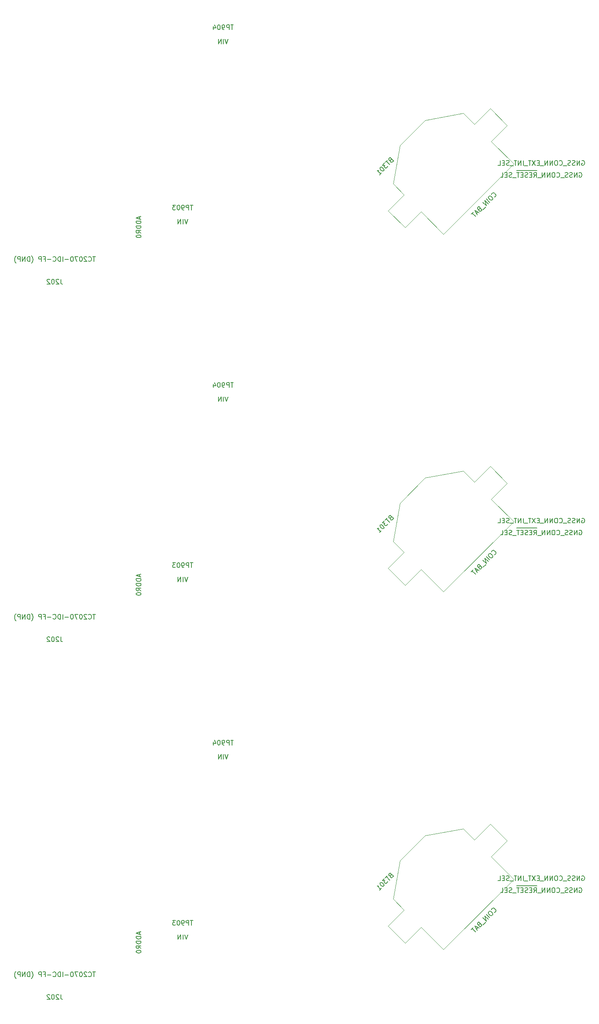
<source format=gbr>
%TF.GenerationSoftware,KiCad,Pcbnew,7.0.1-3b83917a11~172~ubuntu22.04.1*%
%TF.CreationDate,2023-05-08T15:20:01+02:00*%
%TF.ProjectId,panel,70616e65-6c2e-46b6-9963-61645f706362,C*%
%TF.SameCoordinates,Original*%
%TF.FileFunction,AssemblyDrawing,Bot*%
%FSLAX46Y46*%
G04 Gerber Fmt 4.6, Leading zero omitted, Abs format (unit mm)*
G04 Created by KiCad (PCBNEW 7.0.1-3b83917a11~172~ubuntu22.04.1) date 2023-05-08 15:20:01*
%MOMM*%
%LPD*%
G01*
G04 APERTURE LIST*
%ADD10C,0.150000*%
%ADD11C,0.100000*%
G04 APERTURE END LIST*
D10*
%TO.C,JP1*%
X163973810Y-148035238D02*
X164069048Y-147987619D01*
X164069048Y-147987619D02*
X164211905Y-147987619D01*
X164211905Y-147987619D02*
X164354762Y-148035238D01*
X164354762Y-148035238D02*
X164450000Y-148130476D01*
X164450000Y-148130476D02*
X164497619Y-148225714D01*
X164497619Y-148225714D02*
X164545238Y-148416190D01*
X164545238Y-148416190D02*
X164545238Y-148559047D01*
X164545238Y-148559047D02*
X164497619Y-148749523D01*
X164497619Y-148749523D02*
X164450000Y-148844761D01*
X164450000Y-148844761D02*
X164354762Y-148940000D01*
X164354762Y-148940000D02*
X164211905Y-148987619D01*
X164211905Y-148987619D02*
X164116667Y-148987619D01*
X164116667Y-148987619D02*
X163973810Y-148940000D01*
X163973810Y-148940000D02*
X163926191Y-148892380D01*
X163926191Y-148892380D02*
X163926191Y-148559047D01*
X163926191Y-148559047D02*
X164116667Y-148559047D01*
X163497619Y-148987619D02*
X163497619Y-147987619D01*
X163497619Y-147987619D02*
X162926191Y-148987619D01*
X162926191Y-148987619D02*
X162926191Y-147987619D01*
X162497619Y-148940000D02*
X162354762Y-148987619D01*
X162354762Y-148987619D02*
X162116667Y-148987619D01*
X162116667Y-148987619D02*
X162021429Y-148940000D01*
X162021429Y-148940000D02*
X161973810Y-148892380D01*
X161973810Y-148892380D02*
X161926191Y-148797142D01*
X161926191Y-148797142D02*
X161926191Y-148701904D01*
X161926191Y-148701904D02*
X161973810Y-148606666D01*
X161973810Y-148606666D02*
X162021429Y-148559047D01*
X162021429Y-148559047D02*
X162116667Y-148511428D01*
X162116667Y-148511428D02*
X162307143Y-148463809D01*
X162307143Y-148463809D02*
X162402381Y-148416190D01*
X162402381Y-148416190D02*
X162450000Y-148368571D01*
X162450000Y-148368571D02*
X162497619Y-148273333D01*
X162497619Y-148273333D02*
X162497619Y-148178095D01*
X162497619Y-148178095D02*
X162450000Y-148082857D01*
X162450000Y-148082857D02*
X162402381Y-148035238D01*
X162402381Y-148035238D02*
X162307143Y-147987619D01*
X162307143Y-147987619D02*
X162069048Y-147987619D01*
X162069048Y-147987619D02*
X161926191Y-148035238D01*
X161545238Y-148940000D02*
X161402381Y-148987619D01*
X161402381Y-148987619D02*
X161164286Y-148987619D01*
X161164286Y-148987619D02*
X161069048Y-148940000D01*
X161069048Y-148940000D02*
X161021429Y-148892380D01*
X161021429Y-148892380D02*
X160973810Y-148797142D01*
X160973810Y-148797142D02*
X160973810Y-148701904D01*
X160973810Y-148701904D02*
X161021429Y-148606666D01*
X161021429Y-148606666D02*
X161069048Y-148559047D01*
X161069048Y-148559047D02*
X161164286Y-148511428D01*
X161164286Y-148511428D02*
X161354762Y-148463809D01*
X161354762Y-148463809D02*
X161450000Y-148416190D01*
X161450000Y-148416190D02*
X161497619Y-148368571D01*
X161497619Y-148368571D02*
X161545238Y-148273333D01*
X161545238Y-148273333D02*
X161545238Y-148178095D01*
X161545238Y-148178095D02*
X161497619Y-148082857D01*
X161497619Y-148082857D02*
X161450000Y-148035238D01*
X161450000Y-148035238D02*
X161354762Y-147987619D01*
X161354762Y-147987619D02*
X161116667Y-147987619D01*
X161116667Y-147987619D02*
X160973810Y-148035238D01*
X160783334Y-149082857D02*
X160021429Y-149082857D01*
X159211905Y-148892380D02*
X159259524Y-148940000D01*
X159259524Y-148940000D02*
X159402381Y-148987619D01*
X159402381Y-148987619D02*
X159497619Y-148987619D01*
X159497619Y-148987619D02*
X159640476Y-148940000D01*
X159640476Y-148940000D02*
X159735714Y-148844761D01*
X159735714Y-148844761D02*
X159783333Y-148749523D01*
X159783333Y-148749523D02*
X159830952Y-148559047D01*
X159830952Y-148559047D02*
X159830952Y-148416190D01*
X159830952Y-148416190D02*
X159783333Y-148225714D01*
X159783333Y-148225714D02*
X159735714Y-148130476D01*
X159735714Y-148130476D02*
X159640476Y-148035238D01*
X159640476Y-148035238D02*
X159497619Y-147987619D01*
X159497619Y-147987619D02*
X159402381Y-147987619D01*
X159402381Y-147987619D02*
X159259524Y-148035238D01*
X159259524Y-148035238D02*
X159211905Y-148082857D01*
X158592857Y-147987619D02*
X158402381Y-147987619D01*
X158402381Y-147987619D02*
X158307143Y-148035238D01*
X158307143Y-148035238D02*
X158211905Y-148130476D01*
X158211905Y-148130476D02*
X158164286Y-148320952D01*
X158164286Y-148320952D02*
X158164286Y-148654285D01*
X158164286Y-148654285D02*
X158211905Y-148844761D01*
X158211905Y-148844761D02*
X158307143Y-148940000D01*
X158307143Y-148940000D02*
X158402381Y-148987619D01*
X158402381Y-148987619D02*
X158592857Y-148987619D01*
X158592857Y-148987619D02*
X158688095Y-148940000D01*
X158688095Y-148940000D02*
X158783333Y-148844761D01*
X158783333Y-148844761D02*
X158830952Y-148654285D01*
X158830952Y-148654285D02*
X158830952Y-148320952D01*
X158830952Y-148320952D02*
X158783333Y-148130476D01*
X158783333Y-148130476D02*
X158688095Y-148035238D01*
X158688095Y-148035238D02*
X158592857Y-147987619D01*
X157735714Y-148987619D02*
X157735714Y-147987619D01*
X157735714Y-147987619D02*
X157164286Y-148987619D01*
X157164286Y-148987619D02*
X157164286Y-147987619D01*
X156688095Y-148987619D02*
X156688095Y-147987619D01*
X156688095Y-147987619D02*
X156116667Y-148987619D01*
X156116667Y-148987619D02*
X156116667Y-147987619D01*
X155878572Y-149082857D02*
X155116667Y-149082857D01*
X154307143Y-148987619D02*
X154640476Y-148511428D01*
X154878571Y-148987619D02*
X154878571Y-147987619D01*
X154878571Y-147987619D02*
X154497619Y-147987619D01*
X154497619Y-147987619D02*
X154402381Y-148035238D01*
X154402381Y-148035238D02*
X154354762Y-148082857D01*
X154354762Y-148082857D02*
X154307143Y-148178095D01*
X154307143Y-148178095D02*
X154307143Y-148320952D01*
X154307143Y-148320952D02*
X154354762Y-148416190D01*
X154354762Y-148416190D02*
X154402381Y-148463809D01*
X154402381Y-148463809D02*
X154497619Y-148511428D01*
X154497619Y-148511428D02*
X154878571Y-148511428D01*
X153878571Y-148463809D02*
X153545238Y-148463809D01*
X153402381Y-148987619D02*
X153878571Y-148987619D01*
X153878571Y-148987619D02*
X153878571Y-147987619D01*
X153878571Y-147987619D02*
X153402381Y-147987619D01*
X153021428Y-148940000D02*
X152878571Y-148987619D01*
X152878571Y-148987619D02*
X152640476Y-148987619D01*
X152640476Y-148987619D02*
X152545238Y-148940000D01*
X152545238Y-148940000D02*
X152497619Y-148892380D01*
X152497619Y-148892380D02*
X152450000Y-148797142D01*
X152450000Y-148797142D02*
X152450000Y-148701904D01*
X152450000Y-148701904D02*
X152497619Y-148606666D01*
X152497619Y-148606666D02*
X152545238Y-148559047D01*
X152545238Y-148559047D02*
X152640476Y-148511428D01*
X152640476Y-148511428D02*
X152830952Y-148463809D01*
X152830952Y-148463809D02*
X152926190Y-148416190D01*
X152926190Y-148416190D02*
X152973809Y-148368571D01*
X152973809Y-148368571D02*
X153021428Y-148273333D01*
X153021428Y-148273333D02*
X153021428Y-148178095D01*
X153021428Y-148178095D02*
X152973809Y-148082857D01*
X152973809Y-148082857D02*
X152926190Y-148035238D01*
X152926190Y-148035238D02*
X152830952Y-147987619D01*
X152830952Y-147987619D02*
X152592857Y-147987619D01*
X152592857Y-147987619D02*
X152450000Y-148035238D01*
X152021428Y-148463809D02*
X151688095Y-148463809D01*
X151545238Y-148987619D02*
X152021428Y-148987619D01*
X152021428Y-148987619D02*
X152021428Y-147987619D01*
X152021428Y-147987619D02*
X151545238Y-147987619D01*
X151259523Y-147987619D02*
X150688095Y-147987619D01*
X150973809Y-148987619D02*
X150973809Y-147987619D01*
X155016667Y-147540000D02*
X150692857Y-147540000D01*
X150592857Y-149082857D02*
X149830952Y-149082857D01*
X149640475Y-148940000D02*
X149497618Y-148987619D01*
X149497618Y-148987619D02*
X149259523Y-148987619D01*
X149259523Y-148987619D02*
X149164285Y-148940000D01*
X149164285Y-148940000D02*
X149116666Y-148892380D01*
X149116666Y-148892380D02*
X149069047Y-148797142D01*
X149069047Y-148797142D02*
X149069047Y-148701904D01*
X149069047Y-148701904D02*
X149116666Y-148606666D01*
X149116666Y-148606666D02*
X149164285Y-148559047D01*
X149164285Y-148559047D02*
X149259523Y-148511428D01*
X149259523Y-148511428D02*
X149449999Y-148463809D01*
X149449999Y-148463809D02*
X149545237Y-148416190D01*
X149545237Y-148416190D02*
X149592856Y-148368571D01*
X149592856Y-148368571D02*
X149640475Y-148273333D01*
X149640475Y-148273333D02*
X149640475Y-148178095D01*
X149640475Y-148178095D02*
X149592856Y-148082857D01*
X149592856Y-148082857D02*
X149545237Y-148035238D01*
X149545237Y-148035238D02*
X149449999Y-147987619D01*
X149449999Y-147987619D02*
X149211904Y-147987619D01*
X149211904Y-147987619D02*
X149069047Y-148035238D01*
X148640475Y-148463809D02*
X148307142Y-148463809D01*
X148164285Y-148987619D02*
X148640475Y-148987619D01*
X148640475Y-148987619D02*
X148640475Y-147987619D01*
X148640475Y-147987619D02*
X148164285Y-147987619D01*
X147259523Y-148987619D02*
X147735713Y-148987619D01*
X147735713Y-148987619D02*
X147735713Y-147987619D01*
%TO.C,TP904*%
X89295237Y-119612619D02*
X88961904Y-120612619D01*
X88961904Y-120612619D02*
X88628571Y-119612619D01*
X88295237Y-120612619D02*
X88295237Y-119612619D01*
X87819047Y-120612619D02*
X87819047Y-119612619D01*
X87819047Y-119612619D02*
X87247619Y-120612619D01*
X87247619Y-120612619D02*
X87247619Y-119612619D01*
X90414285Y-116612619D02*
X89842857Y-116612619D01*
X90128571Y-117612619D02*
X90128571Y-116612619D01*
X89509523Y-117612619D02*
X89509523Y-116612619D01*
X89509523Y-116612619D02*
X89128571Y-116612619D01*
X89128571Y-116612619D02*
X89033333Y-116660238D01*
X89033333Y-116660238D02*
X88985714Y-116707857D01*
X88985714Y-116707857D02*
X88938095Y-116803095D01*
X88938095Y-116803095D02*
X88938095Y-116945952D01*
X88938095Y-116945952D02*
X88985714Y-117041190D01*
X88985714Y-117041190D02*
X89033333Y-117088809D01*
X89033333Y-117088809D02*
X89128571Y-117136428D01*
X89128571Y-117136428D02*
X89509523Y-117136428D01*
X88461904Y-117612619D02*
X88271428Y-117612619D01*
X88271428Y-117612619D02*
X88176190Y-117565000D01*
X88176190Y-117565000D02*
X88128571Y-117517380D01*
X88128571Y-117517380D02*
X88033333Y-117374523D01*
X88033333Y-117374523D02*
X87985714Y-117184047D01*
X87985714Y-117184047D02*
X87985714Y-116803095D01*
X87985714Y-116803095D02*
X88033333Y-116707857D01*
X88033333Y-116707857D02*
X88080952Y-116660238D01*
X88080952Y-116660238D02*
X88176190Y-116612619D01*
X88176190Y-116612619D02*
X88366666Y-116612619D01*
X88366666Y-116612619D02*
X88461904Y-116660238D01*
X88461904Y-116660238D02*
X88509523Y-116707857D01*
X88509523Y-116707857D02*
X88557142Y-116803095D01*
X88557142Y-116803095D02*
X88557142Y-117041190D01*
X88557142Y-117041190D02*
X88509523Y-117136428D01*
X88509523Y-117136428D02*
X88461904Y-117184047D01*
X88461904Y-117184047D02*
X88366666Y-117231666D01*
X88366666Y-117231666D02*
X88176190Y-117231666D01*
X88176190Y-117231666D02*
X88080952Y-117184047D01*
X88080952Y-117184047D02*
X88033333Y-117136428D01*
X88033333Y-117136428D02*
X87985714Y-117041190D01*
X87366666Y-116612619D02*
X87271428Y-116612619D01*
X87271428Y-116612619D02*
X87176190Y-116660238D01*
X87176190Y-116660238D02*
X87128571Y-116707857D01*
X87128571Y-116707857D02*
X87080952Y-116803095D01*
X87080952Y-116803095D02*
X87033333Y-116993571D01*
X87033333Y-116993571D02*
X87033333Y-117231666D01*
X87033333Y-117231666D02*
X87080952Y-117422142D01*
X87080952Y-117422142D02*
X87128571Y-117517380D01*
X87128571Y-117517380D02*
X87176190Y-117565000D01*
X87176190Y-117565000D02*
X87271428Y-117612619D01*
X87271428Y-117612619D02*
X87366666Y-117612619D01*
X87366666Y-117612619D02*
X87461904Y-117565000D01*
X87461904Y-117565000D02*
X87509523Y-117517380D01*
X87509523Y-117517380D02*
X87557142Y-117422142D01*
X87557142Y-117422142D02*
X87604761Y-117231666D01*
X87604761Y-117231666D02*
X87604761Y-116993571D01*
X87604761Y-116993571D02*
X87557142Y-116803095D01*
X87557142Y-116803095D02*
X87509523Y-116707857D01*
X87509523Y-116707857D02*
X87461904Y-116660238D01*
X87461904Y-116660238D02*
X87366666Y-116612619D01*
X86176190Y-116945952D02*
X86176190Y-117612619D01*
X86414285Y-116565000D02*
X86652380Y-117279285D01*
X86652380Y-117279285D02*
X86033333Y-117279285D01*
X89295237Y-195612619D02*
X88961904Y-196612619D01*
X88961904Y-196612619D02*
X88628571Y-195612619D01*
X88295237Y-196612619D02*
X88295237Y-195612619D01*
X87819047Y-196612619D02*
X87819047Y-195612619D01*
X87819047Y-195612619D02*
X87247619Y-196612619D01*
X87247619Y-196612619D02*
X87247619Y-195612619D01*
X90414285Y-192612619D02*
X89842857Y-192612619D01*
X90128571Y-193612619D02*
X90128571Y-192612619D01*
X89509523Y-193612619D02*
X89509523Y-192612619D01*
X89509523Y-192612619D02*
X89128571Y-192612619D01*
X89128571Y-192612619D02*
X89033333Y-192660238D01*
X89033333Y-192660238D02*
X88985714Y-192707857D01*
X88985714Y-192707857D02*
X88938095Y-192803095D01*
X88938095Y-192803095D02*
X88938095Y-192945952D01*
X88938095Y-192945952D02*
X88985714Y-193041190D01*
X88985714Y-193041190D02*
X89033333Y-193088809D01*
X89033333Y-193088809D02*
X89128571Y-193136428D01*
X89128571Y-193136428D02*
X89509523Y-193136428D01*
X88461904Y-193612619D02*
X88271428Y-193612619D01*
X88271428Y-193612619D02*
X88176190Y-193565000D01*
X88176190Y-193565000D02*
X88128571Y-193517380D01*
X88128571Y-193517380D02*
X88033333Y-193374523D01*
X88033333Y-193374523D02*
X87985714Y-193184047D01*
X87985714Y-193184047D02*
X87985714Y-192803095D01*
X87985714Y-192803095D02*
X88033333Y-192707857D01*
X88033333Y-192707857D02*
X88080952Y-192660238D01*
X88080952Y-192660238D02*
X88176190Y-192612619D01*
X88176190Y-192612619D02*
X88366666Y-192612619D01*
X88366666Y-192612619D02*
X88461904Y-192660238D01*
X88461904Y-192660238D02*
X88509523Y-192707857D01*
X88509523Y-192707857D02*
X88557142Y-192803095D01*
X88557142Y-192803095D02*
X88557142Y-193041190D01*
X88557142Y-193041190D02*
X88509523Y-193136428D01*
X88509523Y-193136428D02*
X88461904Y-193184047D01*
X88461904Y-193184047D02*
X88366666Y-193231666D01*
X88366666Y-193231666D02*
X88176190Y-193231666D01*
X88176190Y-193231666D02*
X88080952Y-193184047D01*
X88080952Y-193184047D02*
X88033333Y-193136428D01*
X88033333Y-193136428D02*
X87985714Y-193041190D01*
X87366666Y-192612619D02*
X87271428Y-192612619D01*
X87271428Y-192612619D02*
X87176190Y-192660238D01*
X87176190Y-192660238D02*
X87128571Y-192707857D01*
X87128571Y-192707857D02*
X87080952Y-192803095D01*
X87080952Y-192803095D02*
X87033333Y-192993571D01*
X87033333Y-192993571D02*
X87033333Y-193231666D01*
X87033333Y-193231666D02*
X87080952Y-193422142D01*
X87080952Y-193422142D02*
X87128571Y-193517380D01*
X87128571Y-193517380D02*
X87176190Y-193565000D01*
X87176190Y-193565000D02*
X87271428Y-193612619D01*
X87271428Y-193612619D02*
X87366666Y-193612619D01*
X87366666Y-193612619D02*
X87461904Y-193565000D01*
X87461904Y-193565000D02*
X87509523Y-193517380D01*
X87509523Y-193517380D02*
X87557142Y-193422142D01*
X87557142Y-193422142D02*
X87604761Y-193231666D01*
X87604761Y-193231666D02*
X87604761Y-192993571D01*
X87604761Y-192993571D02*
X87557142Y-192803095D01*
X87557142Y-192803095D02*
X87509523Y-192707857D01*
X87509523Y-192707857D02*
X87461904Y-192660238D01*
X87461904Y-192660238D02*
X87366666Y-192612619D01*
X86176190Y-192945952D02*
X86176190Y-193612619D01*
X86414285Y-192565000D02*
X86652380Y-193279285D01*
X86652380Y-193279285D02*
X86033333Y-193279285D01*
%TO.C,JP1401*%
X70476904Y-81385714D02*
X70476904Y-81861904D01*
X70762619Y-81290476D02*
X69762619Y-81623809D01*
X69762619Y-81623809D02*
X70762619Y-81957142D01*
X70762619Y-82290476D02*
X69762619Y-82290476D01*
X69762619Y-82290476D02*
X69762619Y-82528571D01*
X69762619Y-82528571D02*
X69810238Y-82671428D01*
X69810238Y-82671428D02*
X69905476Y-82766666D01*
X69905476Y-82766666D02*
X70000714Y-82814285D01*
X70000714Y-82814285D02*
X70191190Y-82861904D01*
X70191190Y-82861904D02*
X70334047Y-82861904D01*
X70334047Y-82861904D02*
X70524523Y-82814285D01*
X70524523Y-82814285D02*
X70619761Y-82766666D01*
X70619761Y-82766666D02*
X70715000Y-82671428D01*
X70715000Y-82671428D02*
X70762619Y-82528571D01*
X70762619Y-82528571D02*
X70762619Y-82290476D01*
X70762619Y-83290476D02*
X69762619Y-83290476D01*
X69762619Y-83290476D02*
X69762619Y-83528571D01*
X69762619Y-83528571D02*
X69810238Y-83671428D01*
X69810238Y-83671428D02*
X69905476Y-83766666D01*
X69905476Y-83766666D02*
X70000714Y-83814285D01*
X70000714Y-83814285D02*
X70191190Y-83861904D01*
X70191190Y-83861904D02*
X70334047Y-83861904D01*
X70334047Y-83861904D02*
X70524523Y-83814285D01*
X70524523Y-83814285D02*
X70619761Y-83766666D01*
X70619761Y-83766666D02*
X70715000Y-83671428D01*
X70715000Y-83671428D02*
X70762619Y-83528571D01*
X70762619Y-83528571D02*
X70762619Y-83290476D01*
X70762619Y-84861904D02*
X70286428Y-84528571D01*
X70762619Y-84290476D02*
X69762619Y-84290476D01*
X69762619Y-84290476D02*
X69762619Y-84671428D01*
X69762619Y-84671428D02*
X69810238Y-84766666D01*
X69810238Y-84766666D02*
X69857857Y-84814285D01*
X69857857Y-84814285D02*
X69953095Y-84861904D01*
X69953095Y-84861904D02*
X70095952Y-84861904D01*
X70095952Y-84861904D02*
X70191190Y-84814285D01*
X70191190Y-84814285D02*
X70238809Y-84766666D01*
X70238809Y-84766666D02*
X70286428Y-84671428D01*
X70286428Y-84671428D02*
X70286428Y-84290476D01*
X69762619Y-85480952D02*
X69762619Y-85576190D01*
X69762619Y-85576190D02*
X69810238Y-85671428D01*
X69810238Y-85671428D02*
X69857857Y-85719047D01*
X69857857Y-85719047D02*
X69953095Y-85766666D01*
X69953095Y-85766666D02*
X70143571Y-85814285D01*
X70143571Y-85814285D02*
X70381666Y-85814285D01*
X70381666Y-85814285D02*
X70572142Y-85766666D01*
X70572142Y-85766666D02*
X70667380Y-85719047D01*
X70667380Y-85719047D02*
X70715000Y-85671428D01*
X70715000Y-85671428D02*
X70762619Y-85576190D01*
X70762619Y-85576190D02*
X70762619Y-85480952D01*
X70762619Y-85480952D02*
X70715000Y-85385714D01*
X70715000Y-85385714D02*
X70667380Y-85338095D01*
X70667380Y-85338095D02*
X70572142Y-85290476D01*
X70572142Y-85290476D02*
X70381666Y-85242857D01*
X70381666Y-85242857D02*
X70143571Y-85242857D01*
X70143571Y-85242857D02*
X69953095Y-85290476D01*
X69953095Y-85290476D02*
X69857857Y-85338095D01*
X69857857Y-85338095D02*
X69810238Y-85385714D01*
X69810238Y-85385714D02*
X69762619Y-85480952D01*
%TO.C,J202*%
X61066666Y-165862619D02*
X60495238Y-165862619D01*
X60780952Y-166862619D02*
X60780952Y-165862619D01*
X59590476Y-166767380D02*
X59638095Y-166815000D01*
X59638095Y-166815000D02*
X59780952Y-166862619D01*
X59780952Y-166862619D02*
X59876190Y-166862619D01*
X59876190Y-166862619D02*
X60019047Y-166815000D01*
X60019047Y-166815000D02*
X60114285Y-166719761D01*
X60114285Y-166719761D02*
X60161904Y-166624523D01*
X60161904Y-166624523D02*
X60209523Y-166434047D01*
X60209523Y-166434047D02*
X60209523Y-166291190D01*
X60209523Y-166291190D02*
X60161904Y-166100714D01*
X60161904Y-166100714D02*
X60114285Y-166005476D01*
X60114285Y-166005476D02*
X60019047Y-165910238D01*
X60019047Y-165910238D02*
X59876190Y-165862619D01*
X59876190Y-165862619D02*
X59780952Y-165862619D01*
X59780952Y-165862619D02*
X59638095Y-165910238D01*
X59638095Y-165910238D02*
X59590476Y-165957857D01*
X59209523Y-165957857D02*
X59161904Y-165910238D01*
X59161904Y-165910238D02*
X59066666Y-165862619D01*
X59066666Y-165862619D02*
X58828571Y-165862619D01*
X58828571Y-165862619D02*
X58733333Y-165910238D01*
X58733333Y-165910238D02*
X58685714Y-165957857D01*
X58685714Y-165957857D02*
X58638095Y-166053095D01*
X58638095Y-166053095D02*
X58638095Y-166148333D01*
X58638095Y-166148333D02*
X58685714Y-166291190D01*
X58685714Y-166291190D02*
X59257142Y-166862619D01*
X59257142Y-166862619D02*
X58638095Y-166862619D01*
X58019047Y-165862619D02*
X57923809Y-165862619D01*
X57923809Y-165862619D02*
X57828571Y-165910238D01*
X57828571Y-165910238D02*
X57780952Y-165957857D01*
X57780952Y-165957857D02*
X57733333Y-166053095D01*
X57733333Y-166053095D02*
X57685714Y-166243571D01*
X57685714Y-166243571D02*
X57685714Y-166481666D01*
X57685714Y-166481666D02*
X57733333Y-166672142D01*
X57733333Y-166672142D02*
X57780952Y-166767380D01*
X57780952Y-166767380D02*
X57828571Y-166815000D01*
X57828571Y-166815000D02*
X57923809Y-166862619D01*
X57923809Y-166862619D02*
X58019047Y-166862619D01*
X58019047Y-166862619D02*
X58114285Y-166815000D01*
X58114285Y-166815000D02*
X58161904Y-166767380D01*
X58161904Y-166767380D02*
X58209523Y-166672142D01*
X58209523Y-166672142D02*
X58257142Y-166481666D01*
X58257142Y-166481666D02*
X58257142Y-166243571D01*
X58257142Y-166243571D02*
X58209523Y-166053095D01*
X58209523Y-166053095D02*
X58161904Y-165957857D01*
X58161904Y-165957857D02*
X58114285Y-165910238D01*
X58114285Y-165910238D02*
X58019047Y-165862619D01*
X57352380Y-165862619D02*
X56685714Y-165862619D01*
X56685714Y-165862619D02*
X57114285Y-166862619D01*
X56114285Y-165862619D02*
X56019047Y-165862619D01*
X56019047Y-165862619D02*
X55923809Y-165910238D01*
X55923809Y-165910238D02*
X55876190Y-165957857D01*
X55876190Y-165957857D02*
X55828571Y-166053095D01*
X55828571Y-166053095D02*
X55780952Y-166243571D01*
X55780952Y-166243571D02*
X55780952Y-166481666D01*
X55780952Y-166481666D02*
X55828571Y-166672142D01*
X55828571Y-166672142D02*
X55876190Y-166767380D01*
X55876190Y-166767380D02*
X55923809Y-166815000D01*
X55923809Y-166815000D02*
X56019047Y-166862619D01*
X56019047Y-166862619D02*
X56114285Y-166862619D01*
X56114285Y-166862619D02*
X56209523Y-166815000D01*
X56209523Y-166815000D02*
X56257142Y-166767380D01*
X56257142Y-166767380D02*
X56304761Y-166672142D01*
X56304761Y-166672142D02*
X56352380Y-166481666D01*
X56352380Y-166481666D02*
X56352380Y-166243571D01*
X56352380Y-166243571D02*
X56304761Y-166053095D01*
X56304761Y-166053095D02*
X56257142Y-165957857D01*
X56257142Y-165957857D02*
X56209523Y-165910238D01*
X56209523Y-165910238D02*
X56114285Y-165862619D01*
X55352380Y-166481666D02*
X54590476Y-166481666D01*
X54114285Y-166862619D02*
X54114285Y-165862619D01*
X53638095Y-166862619D02*
X53638095Y-165862619D01*
X53638095Y-165862619D02*
X53400000Y-165862619D01*
X53400000Y-165862619D02*
X53257143Y-165910238D01*
X53257143Y-165910238D02*
X53161905Y-166005476D01*
X53161905Y-166005476D02*
X53114286Y-166100714D01*
X53114286Y-166100714D02*
X53066667Y-166291190D01*
X53066667Y-166291190D02*
X53066667Y-166434047D01*
X53066667Y-166434047D02*
X53114286Y-166624523D01*
X53114286Y-166624523D02*
X53161905Y-166719761D01*
X53161905Y-166719761D02*
X53257143Y-166815000D01*
X53257143Y-166815000D02*
X53400000Y-166862619D01*
X53400000Y-166862619D02*
X53638095Y-166862619D01*
X52066667Y-166767380D02*
X52114286Y-166815000D01*
X52114286Y-166815000D02*
X52257143Y-166862619D01*
X52257143Y-166862619D02*
X52352381Y-166862619D01*
X52352381Y-166862619D02*
X52495238Y-166815000D01*
X52495238Y-166815000D02*
X52590476Y-166719761D01*
X52590476Y-166719761D02*
X52638095Y-166624523D01*
X52638095Y-166624523D02*
X52685714Y-166434047D01*
X52685714Y-166434047D02*
X52685714Y-166291190D01*
X52685714Y-166291190D02*
X52638095Y-166100714D01*
X52638095Y-166100714D02*
X52590476Y-166005476D01*
X52590476Y-166005476D02*
X52495238Y-165910238D01*
X52495238Y-165910238D02*
X52352381Y-165862619D01*
X52352381Y-165862619D02*
X52257143Y-165862619D01*
X52257143Y-165862619D02*
X52114286Y-165910238D01*
X52114286Y-165910238D02*
X52066667Y-165957857D01*
X51638095Y-166481666D02*
X50876191Y-166481666D01*
X50066667Y-166338809D02*
X50400000Y-166338809D01*
X50400000Y-166862619D02*
X50400000Y-165862619D01*
X50400000Y-165862619D02*
X49923810Y-165862619D01*
X49542857Y-166862619D02*
X49542857Y-165862619D01*
X49542857Y-165862619D02*
X49161905Y-165862619D01*
X49161905Y-165862619D02*
X49066667Y-165910238D01*
X49066667Y-165910238D02*
X49019048Y-165957857D01*
X49019048Y-165957857D02*
X48971429Y-166053095D01*
X48971429Y-166053095D02*
X48971429Y-166195952D01*
X48971429Y-166195952D02*
X49019048Y-166291190D01*
X49019048Y-166291190D02*
X49066667Y-166338809D01*
X49066667Y-166338809D02*
X49161905Y-166386428D01*
X49161905Y-166386428D02*
X49542857Y-166386428D01*
X47495238Y-167243571D02*
X47542857Y-167195952D01*
X47542857Y-167195952D02*
X47638095Y-167053095D01*
X47638095Y-167053095D02*
X47685714Y-166957857D01*
X47685714Y-166957857D02*
X47733333Y-166815000D01*
X47733333Y-166815000D02*
X47780952Y-166576904D01*
X47780952Y-166576904D02*
X47780952Y-166386428D01*
X47780952Y-166386428D02*
X47733333Y-166148333D01*
X47733333Y-166148333D02*
X47685714Y-166005476D01*
X47685714Y-166005476D02*
X47638095Y-165910238D01*
X47638095Y-165910238D02*
X47542857Y-165767380D01*
X47542857Y-165767380D02*
X47495238Y-165719761D01*
X47114285Y-166862619D02*
X47114285Y-165862619D01*
X47114285Y-165862619D02*
X46876190Y-165862619D01*
X46876190Y-165862619D02*
X46733333Y-165910238D01*
X46733333Y-165910238D02*
X46638095Y-166005476D01*
X46638095Y-166005476D02*
X46590476Y-166100714D01*
X46590476Y-166100714D02*
X46542857Y-166291190D01*
X46542857Y-166291190D02*
X46542857Y-166434047D01*
X46542857Y-166434047D02*
X46590476Y-166624523D01*
X46590476Y-166624523D02*
X46638095Y-166719761D01*
X46638095Y-166719761D02*
X46733333Y-166815000D01*
X46733333Y-166815000D02*
X46876190Y-166862619D01*
X46876190Y-166862619D02*
X47114285Y-166862619D01*
X46114285Y-166862619D02*
X46114285Y-165862619D01*
X46114285Y-165862619D02*
X45542857Y-166862619D01*
X45542857Y-166862619D02*
X45542857Y-165862619D01*
X45066666Y-166862619D02*
X45066666Y-165862619D01*
X45066666Y-165862619D02*
X44685714Y-165862619D01*
X44685714Y-165862619D02*
X44590476Y-165910238D01*
X44590476Y-165910238D02*
X44542857Y-165957857D01*
X44542857Y-165957857D02*
X44495238Y-166053095D01*
X44495238Y-166053095D02*
X44495238Y-166195952D01*
X44495238Y-166195952D02*
X44542857Y-166291190D01*
X44542857Y-166291190D02*
X44590476Y-166338809D01*
X44590476Y-166338809D02*
X44685714Y-166386428D01*
X44685714Y-166386428D02*
X45066666Y-166386428D01*
X44161904Y-167243571D02*
X44114285Y-167195952D01*
X44114285Y-167195952D02*
X44019047Y-167053095D01*
X44019047Y-167053095D02*
X43971428Y-166957857D01*
X43971428Y-166957857D02*
X43923809Y-166815000D01*
X43923809Y-166815000D02*
X43876190Y-166576904D01*
X43876190Y-166576904D02*
X43876190Y-166386428D01*
X43876190Y-166386428D02*
X43923809Y-166148333D01*
X43923809Y-166148333D02*
X43971428Y-166005476D01*
X43971428Y-166005476D02*
X44019047Y-165910238D01*
X44019047Y-165910238D02*
X44114285Y-165767380D01*
X44114285Y-165767380D02*
X44161904Y-165719761D01*
X53685714Y-170662619D02*
X53685714Y-171376904D01*
X53685714Y-171376904D02*
X53733333Y-171519761D01*
X53733333Y-171519761D02*
X53828571Y-171615000D01*
X53828571Y-171615000D02*
X53971428Y-171662619D01*
X53971428Y-171662619D02*
X54066666Y-171662619D01*
X53257142Y-170757857D02*
X53209523Y-170710238D01*
X53209523Y-170710238D02*
X53114285Y-170662619D01*
X53114285Y-170662619D02*
X52876190Y-170662619D01*
X52876190Y-170662619D02*
X52780952Y-170710238D01*
X52780952Y-170710238D02*
X52733333Y-170757857D01*
X52733333Y-170757857D02*
X52685714Y-170853095D01*
X52685714Y-170853095D02*
X52685714Y-170948333D01*
X52685714Y-170948333D02*
X52733333Y-171091190D01*
X52733333Y-171091190D02*
X53304761Y-171662619D01*
X53304761Y-171662619D02*
X52685714Y-171662619D01*
X52066666Y-170662619D02*
X51971428Y-170662619D01*
X51971428Y-170662619D02*
X51876190Y-170710238D01*
X51876190Y-170710238D02*
X51828571Y-170757857D01*
X51828571Y-170757857D02*
X51780952Y-170853095D01*
X51780952Y-170853095D02*
X51733333Y-171043571D01*
X51733333Y-171043571D02*
X51733333Y-171281666D01*
X51733333Y-171281666D02*
X51780952Y-171472142D01*
X51780952Y-171472142D02*
X51828571Y-171567380D01*
X51828571Y-171567380D02*
X51876190Y-171615000D01*
X51876190Y-171615000D02*
X51971428Y-171662619D01*
X51971428Y-171662619D02*
X52066666Y-171662619D01*
X52066666Y-171662619D02*
X52161904Y-171615000D01*
X52161904Y-171615000D02*
X52209523Y-171567380D01*
X52209523Y-171567380D02*
X52257142Y-171472142D01*
X52257142Y-171472142D02*
X52304761Y-171281666D01*
X52304761Y-171281666D02*
X52304761Y-171043571D01*
X52304761Y-171043571D02*
X52257142Y-170853095D01*
X52257142Y-170853095D02*
X52209523Y-170757857D01*
X52209523Y-170757857D02*
X52161904Y-170710238D01*
X52161904Y-170710238D02*
X52066666Y-170662619D01*
X51352380Y-170757857D02*
X51304761Y-170710238D01*
X51304761Y-170710238D02*
X51209523Y-170662619D01*
X51209523Y-170662619D02*
X50971428Y-170662619D01*
X50971428Y-170662619D02*
X50876190Y-170710238D01*
X50876190Y-170710238D02*
X50828571Y-170757857D01*
X50828571Y-170757857D02*
X50780952Y-170853095D01*
X50780952Y-170853095D02*
X50780952Y-170948333D01*
X50780952Y-170948333D02*
X50828571Y-171091190D01*
X50828571Y-171091190D02*
X51399999Y-171662619D01*
X51399999Y-171662619D02*
X50780952Y-171662619D01*
%TO.C,BT301*%
X145923570Y-153193578D02*
X145990913Y-153193578D01*
X145990913Y-153193578D02*
X146125600Y-153126235D01*
X146125600Y-153126235D02*
X146192944Y-153058891D01*
X146192944Y-153058891D02*
X146260287Y-152924204D01*
X146260287Y-152924204D02*
X146260287Y-152789517D01*
X146260287Y-152789517D02*
X146226616Y-152688502D01*
X146226616Y-152688502D02*
X146125600Y-152520143D01*
X146125600Y-152520143D02*
X146024585Y-152419128D01*
X146024585Y-152419128D02*
X145856226Y-152318113D01*
X145856226Y-152318113D02*
X145755211Y-152284441D01*
X145755211Y-152284441D02*
X145620524Y-152284441D01*
X145620524Y-152284441D02*
X145485837Y-152351785D01*
X145485837Y-152351785D02*
X145418494Y-152419128D01*
X145418494Y-152419128D02*
X145351150Y-152553815D01*
X145351150Y-152553815D02*
X145351150Y-152621159D01*
X144846074Y-152991548D02*
X144711387Y-153126235D01*
X144711387Y-153126235D02*
X144677715Y-153227250D01*
X144677715Y-153227250D02*
X144677715Y-153361937D01*
X144677715Y-153361937D02*
X144778730Y-153530296D01*
X144778730Y-153530296D02*
X145014433Y-153765998D01*
X145014433Y-153765998D02*
X145182791Y-153867013D01*
X145182791Y-153867013D02*
X145317478Y-153867013D01*
X145317478Y-153867013D02*
X145418494Y-153833342D01*
X145418494Y-153833342D02*
X145553181Y-153698655D01*
X145553181Y-153698655D02*
X145586852Y-153597639D01*
X145586852Y-153597639D02*
X145586852Y-153462952D01*
X145586852Y-153462952D02*
X145485837Y-153294594D01*
X145485837Y-153294594D02*
X145250135Y-153058891D01*
X145250135Y-153058891D02*
X145081776Y-152957876D01*
X145081776Y-152957876D02*
X144947089Y-152957876D01*
X144947089Y-152957876D02*
X144846074Y-152991548D01*
X144947089Y-154304746D02*
X144239982Y-153597639D01*
X144610372Y-154641463D02*
X143903265Y-153934356D01*
X143903265Y-153934356D02*
X144206311Y-155045524D01*
X144206311Y-155045524D02*
X143499204Y-154338417D01*
X144105296Y-155281227D02*
X143566548Y-155819975D01*
X142724754Y-155786303D02*
X142657410Y-155920990D01*
X142657410Y-155920990D02*
X142657410Y-155988333D01*
X142657410Y-155988333D02*
X142691082Y-156089349D01*
X142691082Y-156089349D02*
X142792097Y-156190364D01*
X142792097Y-156190364D02*
X142893112Y-156224036D01*
X142893112Y-156224036D02*
X142960456Y-156224036D01*
X142960456Y-156224036D02*
X143061471Y-156190364D01*
X143061471Y-156190364D02*
X143330845Y-155920990D01*
X143330845Y-155920990D02*
X142623738Y-155213883D01*
X142623738Y-155213883D02*
X142388036Y-155449585D01*
X142388036Y-155449585D02*
X142354364Y-155550601D01*
X142354364Y-155550601D02*
X142354364Y-155617944D01*
X142354364Y-155617944D02*
X142388036Y-155718959D01*
X142388036Y-155718959D02*
X142455380Y-155786303D01*
X142455380Y-155786303D02*
X142556395Y-155819975D01*
X142556395Y-155819975D02*
X142623738Y-155819975D01*
X142623738Y-155819975D02*
X142724754Y-155786303D01*
X142724754Y-155786303D02*
X142960456Y-155550601D01*
X142455380Y-156392394D02*
X142118662Y-156729112D01*
X142724754Y-156527081D02*
X141781945Y-156055677D01*
X141781945Y-156055677D02*
X142253349Y-156998486D01*
X141411555Y-156426066D02*
X141007494Y-156830127D01*
X141916632Y-157335204D02*
X141209525Y-156628097D01*
X123856787Y-145380047D02*
X123789444Y-145514734D01*
X123789444Y-145514734D02*
X123789444Y-145582078D01*
X123789444Y-145582078D02*
X123823116Y-145683093D01*
X123823116Y-145683093D02*
X123924131Y-145784108D01*
X123924131Y-145784108D02*
X124025146Y-145817780D01*
X124025146Y-145817780D02*
X124092490Y-145817780D01*
X124092490Y-145817780D02*
X124193505Y-145784108D01*
X124193505Y-145784108D02*
X124462879Y-145514734D01*
X124462879Y-145514734D02*
X123755772Y-144807627D01*
X123755772Y-144807627D02*
X123520070Y-145043330D01*
X123520070Y-145043330D02*
X123486398Y-145144345D01*
X123486398Y-145144345D02*
X123486398Y-145211688D01*
X123486398Y-145211688D02*
X123520070Y-145312704D01*
X123520070Y-145312704D02*
X123587413Y-145380047D01*
X123587413Y-145380047D02*
X123688429Y-145413719D01*
X123688429Y-145413719D02*
X123755772Y-145413719D01*
X123755772Y-145413719D02*
X123856787Y-145380047D01*
X123856787Y-145380047D02*
X124092490Y-145144345D01*
X123149681Y-145413719D02*
X122745620Y-145817780D01*
X123654757Y-146322856D02*
X122947650Y-145615749D01*
X122577261Y-145986139D02*
X122139528Y-146423872D01*
X122139528Y-146423872D02*
X122644604Y-146457543D01*
X122644604Y-146457543D02*
X122543589Y-146558559D01*
X122543589Y-146558559D02*
X122509917Y-146659574D01*
X122509917Y-146659574D02*
X122509917Y-146726917D01*
X122509917Y-146726917D02*
X122543589Y-146827933D01*
X122543589Y-146827933D02*
X122711948Y-146996291D01*
X122711948Y-146996291D02*
X122812963Y-147029963D01*
X122812963Y-147029963D02*
X122880306Y-147029963D01*
X122880306Y-147029963D02*
X122981322Y-146996291D01*
X122981322Y-146996291D02*
X123183352Y-146794261D01*
X123183352Y-146794261D02*
X123217024Y-146693246D01*
X123217024Y-146693246D02*
X123217024Y-146625902D01*
X121701795Y-146861605D02*
X121634452Y-146928948D01*
X121634452Y-146928948D02*
X121600780Y-147029963D01*
X121600780Y-147029963D02*
X121600780Y-147097307D01*
X121600780Y-147097307D02*
X121634452Y-147198322D01*
X121634452Y-147198322D02*
X121735467Y-147366681D01*
X121735467Y-147366681D02*
X121903826Y-147535040D01*
X121903826Y-147535040D02*
X122072184Y-147636055D01*
X122072184Y-147636055D02*
X122173200Y-147669727D01*
X122173200Y-147669727D02*
X122240543Y-147669727D01*
X122240543Y-147669727D02*
X122341558Y-147636055D01*
X122341558Y-147636055D02*
X122408902Y-147568711D01*
X122408902Y-147568711D02*
X122442574Y-147467696D01*
X122442574Y-147467696D02*
X122442574Y-147400353D01*
X122442574Y-147400353D02*
X122408902Y-147299337D01*
X122408902Y-147299337D02*
X122307887Y-147130979D01*
X122307887Y-147130979D02*
X122139528Y-146962620D01*
X122139528Y-146962620D02*
X121971169Y-146861605D01*
X121971169Y-146861605D02*
X121870154Y-146827933D01*
X121870154Y-146827933D02*
X121802810Y-146827933D01*
X121802810Y-146827933D02*
X121701795Y-146861605D01*
X121499765Y-148477849D02*
X121903826Y-148073788D01*
X121701795Y-148275818D02*
X120994688Y-147568711D01*
X120994688Y-147568711D02*
X121163047Y-147602383D01*
X121163047Y-147602383D02*
X121297734Y-147602383D01*
X121297734Y-147602383D02*
X121398749Y-147568711D01*
%TO.C,J202*%
X61066666Y-241862619D02*
X60495238Y-241862619D01*
X60780952Y-242862619D02*
X60780952Y-241862619D01*
X59590476Y-242767380D02*
X59638095Y-242815000D01*
X59638095Y-242815000D02*
X59780952Y-242862619D01*
X59780952Y-242862619D02*
X59876190Y-242862619D01*
X59876190Y-242862619D02*
X60019047Y-242815000D01*
X60019047Y-242815000D02*
X60114285Y-242719761D01*
X60114285Y-242719761D02*
X60161904Y-242624523D01*
X60161904Y-242624523D02*
X60209523Y-242434047D01*
X60209523Y-242434047D02*
X60209523Y-242291190D01*
X60209523Y-242291190D02*
X60161904Y-242100714D01*
X60161904Y-242100714D02*
X60114285Y-242005476D01*
X60114285Y-242005476D02*
X60019047Y-241910238D01*
X60019047Y-241910238D02*
X59876190Y-241862619D01*
X59876190Y-241862619D02*
X59780952Y-241862619D01*
X59780952Y-241862619D02*
X59638095Y-241910238D01*
X59638095Y-241910238D02*
X59590476Y-241957857D01*
X59209523Y-241957857D02*
X59161904Y-241910238D01*
X59161904Y-241910238D02*
X59066666Y-241862619D01*
X59066666Y-241862619D02*
X58828571Y-241862619D01*
X58828571Y-241862619D02*
X58733333Y-241910238D01*
X58733333Y-241910238D02*
X58685714Y-241957857D01*
X58685714Y-241957857D02*
X58638095Y-242053095D01*
X58638095Y-242053095D02*
X58638095Y-242148333D01*
X58638095Y-242148333D02*
X58685714Y-242291190D01*
X58685714Y-242291190D02*
X59257142Y-242862619D01*
X59257142Y-242862619D02*
X58638095Y-242862619D01*
X58019047Y-241862619D02*
X57923809Y-241862619D01*
X57923809Y-241862619D02*
X57828571Y-241910238D01*
X57828571Y-241910238D02*
X57780952Y-241957857D01*
X57780952Y-241957857D02*
X57733333Y-242053095D01*
X57733333Y-242053095D02*
X57685714Y-242243571D01*
X57685714Y-242243571D02*
X57685714Y-242481666D01*
X57685714Y-242481666D02*
X57733333Y-242672142D01*
X57733333Y-242672142D02*
X57780952Y-242767380D01*
X57780952Y-242767380D02*
X57828571Y-242815000D01*
X57828571Y-242815000D02*
X57923809Y-242862619D01*
X57923809Y-242862619D02*
X58019047Y-242862619D01*
X58019047Y-242862619D02*
X58114285Y-242815000D01*
X58114285Y-242815000D02*
X58161904Y-242767380D01*
X58161904Y-242767380D02*
X58209523Y-242672142D01*
X58209523Y-242672142D02*
X58257142Y-242481666D01*
X58257142Y-242481666D02*
X58257142Y-242243571D01*
X58257142Y-242243571D02*
X58209523Y-242053095D01*
X58209523Y-242053095D02*
X58161904Y-241957857D01*
X58161904Y-241957857D02*
X58114285Y-241910238D01*
X58114285Y-241910238D02*
X58019047Y-241862619D01*
X57352380Y-241862619D02*
X56685714Y-241862619D01*
X56685714Y-241862619D02*
X57114285Y-242862619D01*
X56114285Y-241862619D02*
X56019047Y-241862619D01*
X56019047Y-241862619D02*
X55923809Y-241910238D01*
X55923809Y-241910238D02*
X55876190Y-241957857D01*
X55876190Y-241957857D02*
X55828571Y-242053095D01*
X55828571Y-242053095D02*
X55780952Y-242243571D01*
X55780952Y-242243571D02*
X55780952Y-242481666D01*
X55780952Y-242481666D02*
X55828571Y-242672142D01*
X55828571Y-242672142D02*
X55876190Y-242767380D01*
X55876190Y-242767380D02*
X55923809Y-242815000D01*
X55923809Y-242815000D02*
X56019047Y-242862619D01*
X56019047Y-242862619D02*
X56114285Y-242862619D01*
X56114285Y-242862619D02*
X56209523Y-242815000D01*
X56209523Y-242815000D02*
X56257142Y-242767380D01*
X56257142Y-242767380D02*
X56304761Y-242672142D01*
X56304761Y-242672142D02*
X56352380Y-242481666D01*
X56352380Y-242481666D02*
X56352380Y-242243571D01*
X56352380Y-242243571D02*
X56304761Y-242053095D01*
X56304761Y-242053095D02*
X56257142Y-241957857D01*
X56257142Y-241957857D02*
X56209523Y-241910238D01*
X56209523Y-241910238D02*
X56114285Y-241862619D01*
X55352380Y-242481666D02*
X54590476Y-242481666D01*
X54114285Y-242862619D02*
X54114285Y-241862619D01*
X53638095Y-242862619D02*
X53638095Y-241862619D01*
X53638095Y-241862619D02*
X53400000Y-241862619D01*
X53400000Y-241862619D02*
X53257143Y-241910238D01*
X53257143Y-241910238D02*
X53161905Y-242005476D01*
X53161905Y-242005476D02*
X53114286Y-242100714D01*
X53114286Y-242100714D02*
X53066667Y-242291190D01*
X53066667Y-242291190D02*
X53066667Y-242434047D01*
X53066667Y-242434047D02*
X53114286Y-242624523D01*
X53114286Y-242624523D02*
X53161905Y-242719761D01*
X53161905Y-242719761D02*
X53257143Y-242815000D01*
X53257143Y-242815000D02*
X53400000Y-242862619D01*
X53400000Y-242862619D02*
X53638095Y-242862619D01*
X52066667Y-242767380D02*
X52114286Y-242815000D01*
X52114286Y-242815000D02*
X52257143Y-242862619D01*
X52257143Y-242862619D02*
X52352381Y-242862619D01*
X52352381Y-242862619D02*
X52495238Y-242815000D01*
X52495238Y-242815000D02*
X52590476Y-242719761D01*
X52590476Y-242719761D02*
X52638095Y-242624523D01*
X52638095Y-242624523D02*
X52685714Y-242434047D01*
X52685714Y-242434047D02*
X52685714Y-242291190D01*
X52685714Y-242291190D02*
X52638095Y-242100714D01*
X52638095Y-242100714D02*
X52590476Y-242005476D01*
X52590476Y-242005476D02*
X52495238Y-241910238D01*
X52495238Y-241910238D02*
X52352381Y-241862619D01*
X52352381Y-241862619D02*
X52257143Y-241862619D01*
X52257143Y-241862619D02*
X52114286Y-241910238D01*
X52114286Y-241910238D02*
X52066667Y-241957857D01*
X51638095Y-242481666D02*
X50876191Y-242481666D01*
X50066667Y-242338809D02*
X50400000Y-242338809D01*
X50400000Y-242862619D02*
X50400000Y-241862619D01*
X50400000Y-241862619D02*
X49923810Y-241862619D01*
X49542857Y-242862619D02*
X49542857Y-241862619D01*
X49542857Y-241862619D02*
X49161905Y-241862619D01*
X49161905Y-241862619D02*
X49066667Y-241910238D01*
X49066667Y-241910238D02*
X49019048Y-241957857D01*
X49019048Y-241957857D02*
X48971429Y-242053095D01*
X48971429Y-242053095D02*
X48971429Y-242195952D01*
X48971429Y-242195952D02*
X49019048Y-242291190D01*
X49019048Y-242291190D02*
X49066667Y-242338809D01*
X49066667Y-242338809D02*
X49161905Y-242386428D01*
X49161905Y-242386428D02*
X49542857Y-242386428D01*
X47495238Y-243243571D02*
X47542857Y-243195952D01*
X47542857Y-243195952D02*
X47638095Y-243053095D01*
X47638095Y-243053095D02*
X47685714Y-242957857D01*
X47685714Y-242957857D02*
X47733333Y-242815000D01*
X47733333Y-242815000D02*
X47780952Y-242576904D01*
X47780952Y-242576904D02*
X47780952Y-242386428D01*
X47780952Y-242386428D02*
X47733333Y-242148333D01*
X47733333Y-242148333D02*
X47685714Y-242005476D01*
X47685714Y-242005476D02*
X47638095Y-241910238D01*
X47638095Y-241910238D02*
X47542857Y-241767380D01*
X47542857Y-241767380D02*
X47495238Y-241719761D01*
X47114285Y-242862619D02*
X47114285Y-241862619D01*
X47114285Y-241862619D02*
X46876190Y-241862619D01*
X46876190Y-241862619D02*
X46733333Y-241910238D01*
X46733333Y-241910238D02*
X46638095Y-242005476D01*
X46638095Y-242005476D02*
X46590476Y-242100714D01*
X46590476Y-242100714D02*
X46542857Y-242291190D01*
X46542857Y-242291190D02*
X46542857Y-242434047D01*
X46542857Y-242434047D02*
X46590476Y-242624523D01*
X46590476Y-242624523D02*
X46638095Y-242719761D01*
X46638095Y-242719761D02*
X46733333Y-242815000D01*
X46733333Y-242815000D02*
X46876190Y-242862619D01*
X46876190Y-242862619D02*
X47114285Y-242862619D01*
X46114285Y-242862619D02*
X46114285Y-241862619D01*
X46114285Y-241862619D02*
X45542857Y-242862619D01*
X45542857Y-242862619D02*
X45542857Y-241862619D01*
X45066666Y-242862619D02*
X45066666Y-241862619D01*
X45066666Y-241862619D02*
X44685714Y-241862619D01*
X44685714Y-241862619D02*
X44590476Y-241910238D01*
X44590476Y-241910238D02*
X44542857Y-241957857D01*
X44542857Y-241957857D02*
X44495238Y-242053095D01*
X44495238Y-242053095D02*
X44495238Y-242195952D01*
X44495238Y-242195952D02*
X44542857Y-242291190D01*
X44542857Y-242291190D02*
X44590476Y-242338809D01*
X44590476Y-242338809D02*
X44685714Y-242386428D01*
X44685714Y-242386428D02*
X45066666Y-242386428D01*
X44161904Y-243243571D02*
X44114285Y-243195952D01*
X44114285Y-243195952D02*
X44019047Y-243053095D01*
X44019047Y-243053095D02*
X43971428Y-242957857D01*
X43971428Y-242957857D02*
X43923809Y-242815000D01*
X43923809Y-242815000D02*
X43876190Y-242576904D01*
X43876190Y-242576904D02*
X43876190Y-242386428D01*
X43876190Y-242386428D02*
X43923809Y-242148333D01*
X43923809Y-242148333D02*
X43971428Y-242005476D01*
X43971428Y-242005476D02*
X44019047Y-241910238D01*
X44019047Y-241910238D02*
X44114285Y-241767380D01*
X44114285Y-241767380D02*
X44161904Y-241719761D01*
X53685714Y-246662619D02*
X53685714Y-247376904D01*
X53685714Y-247376904D02*
X53733333Y-247519761D01*
X53733333Y-247519761D02*
X53828571Y-247615000D01*
X53828571Y-247615000D02*
X53971428Y-247662619D01*
X53971428Y-247662619D02*
X54066666Y-247662619D01*
X53257142Y-246757857D02*
X53209523Y-246710238D01*
X53209523Y-246710238D02*
X53114285Y-246662619D01*
X53114285Y-246662619D02*
X52876190Y-246662619D01*
X52876190Y-246662619D02*
X52780952Y-246710238D01*
X52780952Y-246710238D02*
X52733333Y-246757857D01*
X52733333Y-246757857D02*
X52685714Y-246853095D01*
X52685714Y-246853095D02*
X52685714Y-246948333D01*
X52685714Y-246948333D02*
X52733333Y-247091190D01*
X52733333Y-247091190D02*
X53304761Y-247662619D01*
X53304761Y-247662619D02*
X52685714Y-247662619D01*
X52066666Y-246662619D02*
X51971428Y-246662619D01*
X51971428Y-246662619D02*
X51876190Y-246710238D01*
X51876190Y-246710238D02*
X51828571Y-246757857D01*
X51828571Y-246757857D02*
X51780952Y-246853095D01*
X51780952Y-246853095D02*
X51733333Y-247043571D01*
X51733333Y-247043571D02*
X51733333Y-247281666D01*
X51733333Y-247281666D02*
X51780952Y-247472142D01*
X51780952Y-247472142D02*
X51828571Y-247567380D01*
X51828571Y-247567380D02*
X51876190Y-247615000D01*
X51876190Y-247615000D02*
X51971428Y-247662619D01*
X51971428Y-247662619D02*
X52066666Y-247662619D01*
X52066666Y-247662619D02*
X52161904Y-247615000D01*
X52161904Y-247615000D02*
X52209523Y-247567380D01*
X52209523Y-247567380D02*
X52257142Y-247472142D01*
X52257142Y-247472142D02*
X52304761Y-247281666D01*
X52304761Y-247281666D02*
X52304761Y-247043571D01*
X52304761Y-247043571D02*
X52257142Y-246853095D01*
X52257142Y-246853095D02*
X52209523Y-246757857D01*
X52209523Y-246757857D02*
X52161904Y-246710238D01*
X52161904Y-246710238D02*
X52066666Y-246662619D01*
X51352380Y-246757857D02*
X51304761Y-246710238D01*
X51304761Y-246710238D02*
X51209523Y-246662619D01*
X51209523Y-246662619D02*
X50971428Y-246662619D01*
X50971428Y-246662619D02*
X50876190Y-246710238D01*
X50876190Y-246710238D02*
X50828571Y-246757857D01*
X50828571Y-246757857D02*
X50780952Y-246853095D01*
X50780952Y-246853095D02*
X50780952Y-246948333D01*
X50780952Y-246948333D02*
X50828571Y-247091190D01*
X50828571Y-247091190D02*
X51399999Y-247662619D01*
X51399999Y-247662619D02*
X50780952Y-247662619D01*
%TO.C,JP1401*%
X70476904Y-157385714D02*
X70476904Y-157861904D01*
X70762619Y-157290476D02*
X69762619Y-157623809D01*
X69762619Y-157623809D02*
X70762619Y-157957142D01*
X70762619Y-158290476D02*
X69762619Y-158290476D01*
X69762619Y-158290476D02*
X69762619Y-158528571D01*
X69762619Y-158528571D02*
X69810238Y-158671428D01*
X69810238Y-158671428D02*
X69905476Y-158766666D01*
X69905476Y-158766666D02*
X70000714Y-158814285D01*
X70000714Y-158814285D02*
X70191190Y-158861904D01*
X70191190Y-158861904D02*
X70334047Y-158861904D01*
X70334047Y-158861904D02*
X70524523Y-158814285D01*
X70524523Y-158814285D02*
X70619761Y-158766666D01*
X70619761Y-158766666D02*
X70715000Y-158671428D01*
X70715000Y-158671428D02*
X70762619Y-158528571D01*
X70762619Y-158528571D02*
X70762619Y-158290476D01*
X70762619Y-159290476D02*
X69762619Y-159290476D01*
X69762619Y-159290476D02*
X69762619Y-159528571D01*
X69762619Y-159528571D02*
X69810238Y-159671428D01*
X69810238Y-159671428D02*
X69905476Y-159766666D01*
X69905476Y-159766666D02*
X70000714Y-159814285D01*
X70000714Y-159814285D02*
X70191190Y-159861904D01*
X70191190Y-159861904D02*
X70334047Y-159861904D01*
X70334047Y-159861904D02*
X70524523Y-159814285D01*
X70524523Y-159814285D02*
X70619761Y-159766666D01*
X70619761Y-159766666D02*
X70715000Y-159671428D01*
X70715000Y-159671428D02*
X70762619Y-159528571D01*
X70762619Y-159528571D02*
X70762619Y-159290476D01*
X70762619Y-160861904D02*
X70286428Y-160528571D01*
X70762619Y-160290476D02*
X69762619Y-160290476D01*
X69762619Y-160290476D02*
X69762619Y-160671428D01*
X69762619Y-160671428D02*
X69810238Y-160766666D01*
X69810238Y-160766666D02*
X69857857Y-160814285D01*
X69857857Y-160814285D02*
X69953095Y-160861904D01*
X69953095Y-160861904D02*
X70095952Y-160861904D01*
X70095952Y-160861904D02*
X70191190Y-160814285D01*
X70191190Y-160814285D02*
X70238809Y-160766666D01*
X70238809Y-160766666D02*
X70286428Y-160671428D01*
X70286428Y-160671428D02*
X70286428Y-160290476D01*
X69762619Y-161480952D02*
X69762619Y-161576190D01*
X69762619Y-161576190D02*
X69810238Y-161671428D01*
X69810238Y-161671428D02*
X69857857Y-161719047D01*
X69857857Y-161719047D02*
X69953095Y-161766666D01*
X69953095Y-161766666D02*
X70143571Y-161814285D01*
X70143571Y-161814285D02*
X70381666Y-161814285D01*
X70381666Y-161814285D02*
X70572142Y-161766666D01*
X70572142Y-161766666D02*
X70667380Y-161719047D01*
X70667380Y-161719047D02*
X70715000Y-161671428D01*
X70715000Y-161671428D02*
X70762619Y-161576190D01*
X70762619Y-161576190D02*
X70762619Y-161480952D01*
X70762619Y-161480952D02*
X70715000Y-161385714D01*
X70715000Y-161385714D02*
X70667380Y-161338095D01*
X70667380Y-161338095D02*
X70572142Y-161290476D01*
X70572142Y-161290476D02*
X70381666Y-161242857D01*
X70381666Y-161242857D02*
X70143571Y-161242857D01*
X70143571Y-161242857D02*
X69953095Y-161290476D01*
X69953095Y-161290476D02*
X69857857Y-161338095D01*
X69857857Y-161338095D02*
X69810238Y-161385714D01*
X69810238Y-161385714D02*
X69762619Y-161480952D01*
%TO.C,TP903*%
X80695237Y-233912619D02*
X80361904Y-234912619D01*
X80361904Y-234912619D02*
X80028571Y-233912619D01*
X79695237Y-234912619D02*
X79695237Y-233912619D01*
X79219047Y-234912619D02*
X79219047Y-233912619D01*
X79219047Y-233912619D02*
X78647619Y-234912619D01*
X78647619Y-234912619D02*
X78647619Y-233912619D01*
X81814285Y-230912619D02*
X81242857Y-230912619D01*
X81528571Y-231912619D02*
X81528571Y-230912619D01*
X80909523Y-231912619D02*
X80909523Y-230912619D01*
X80909523Y-230912619D02*
X80528571Y-230912619D01*
X80528571Y-230912619D02*
X80433333Y-230960238D01*
X80433333Y-230960238D02*
X80385714Y-231007857D01*
X80385714Y-231007857D02*
X80338095Y-231103095D01*
X80338095Y-231103095D02*
X80338095Y-231245952D01*
X80338095Y-231245952D02*
X80385714Y-231341190D01*
X80385714Y-231341190D02*
X80433333Y-231388809D01*
X80433333Y-231388809D02*
X80528571Y-231436428D01*
X80528571Y-231436428D02*
X80909523Y-231436428D01*
X79861904Y-231912619D02*
X79671428Y-231912619D01*
X79671428Y-231912619D02*
X79576190Y-231865000D01*
X79576190Y-231865000D02*
X79528571Y-231817380D01*
X79528571Y-231817380D02*
X79433333Y-231674523D01*
X79433333Y-231674523D02*
X79385714Y-231484047D01*
X79385714Y-231484047D02*
X79385714Y-231103095D01*
X79385714Y-231103095D02*
X79433333Y-231007857D01*
X79433333Y-231007857D02*
X79480952Y-230960238D01*
X79480952Y-230960238D02*
X79576190Y-230912619D01*
X79576190Y-230912619D02*
X79766666Y-230912619D01*
X79766666Y-230912619D02*
X79861904Y-230960238D01*
X79861904Y-230960238D02*
X79909523Y-231007857D01*
X79909523Y-231007857D02*
X79957142Y-231103095D01*
X79957142Y-231103095D02*
X79957142Y-231341190D01*
X79957142Y-231341190D02*
X79909523Y-231436428D01*
X79909523Y-231436428D02*
X79861904Y-231484047D01*
X79861904Y-231484047D02*
X79766666Y-231531666D01*
X79766666Y-231531666D02*
X79576190Y-231531666D01*
X79576190Y-231531666D02*
X79480952Y-231484047D01*
X79480952Y-231484047D02*
X79433333Y-231436428D01*
X79433333Y-231436428D02*
X79385714Y-231341190D01*
X78766666Y-230912619D02*
X78671428Y-230912619D01*
X78671428Y-230912619D02*
X78576190Y-230960238D01*
X78576190Y-230960238D02*
X78528571Y-231007857D01*
X78528571Y-231007857D02*
X78480952Y-231103095D01*
X78480952Y-231103095D02*
X78433333Y-231293571D01*
X78433333Y-231293571D02*
X78433333Y-231531666D01*
X78433333Y-231531666D02*
X78480952Y-231722142D01*
X78480952Y-231722142D02*
X78528571Y-231817380D01*
X78528571Y-231817380D02*
X78576190Y-231865000D01*
X78576190Y-231865000D02*
X78671428Y-231912619D01*
X78671428Y-231912619D02*
X78766666Y-231912619D01*
X78766666Y-231912619D02*
X78861904Y-231865000D01*
X78861904Y-231865000D02*
X78909523Y-231817380D01*
X78909523Y-231817380D02*
X78957142Y-231722142D01*
X78957142Y-231722142D02*
X79004761Y-231531666D01*
X79004761Y-231531666D02*
X79004761Y-231293571D01*
X79004761Y-231293571D02*
X78957142Y-231103095D01*
X78957142Y-231103095D02*
X78909523Y-231007857D01*
X78909523Y-231007857D02*
X78861904Y-230960238D01*
X78861904Y-230960238D02*
X78766666Y-230912619D01*
X78099999Y-230912619D02*
X77480952Y-230912619D01*
X77480952Y-230912619D02*
X77814285Y-231293571D01*
X77814285Y-231293571D02*
X77671428Y-231293571D01*
X77671428Y-231293571D02*
X77576190Y-231341190D01*
X77576190Y-231341190D02*
X77528571Y-231388809D01*
X77528571Y-231388809D02*
X77480952Y-231484047D01*
X77480952Y-231484047D02*
X77480952Y-231722142D01*
X77480952Y-231722142D02*
X77528571Y-231817380D01*
X77528571Y-231817380D02*
X77576190Y-231865000D01*
X77576190Y-231865000D02*
X77671428Y-231912619D01*
X77671428Y-231912619D02*
X77957142Y-231912619D01*
X77957142Y-231912619D02*
X78052380Y-231865000D01*
X78052380Y-231865000D02*
X78099999Y-231817380D01*
%TO.C,J202*%
X61066666Y-89862619D02*
X60495238Y-89862619D01*
X60780952Y-90862619D02*
X60780952Y-89862619D01*
X59590476Y-90767380D02*
X59638095Y-90815000D01*
X59638095Y-90815000D02*
X59780952Y-90862619D01*
X59780952Y-90862619D02*
X59876190Y-90862619D01*
X59876190Y-90862619D02*
X60019047Y-90815000D01*
X60019047Y-90815000D02*
X60114285Y-90719761D01*
X60114285Y-90719761D02*
X60161904Y-90624523D01*
X60161904Y-90624523D02*
X60209523Y-90434047D01*
X60209523Y-90434047D02*
X60209523Y-90291190D01*
X60209523Y-90291190D02*
X60161904Y-90100714D01*
X60161904Y-90100714D02*
X60114285Y-90005476D01*
X60114285Y-90005476D02*
X60019047Y-89910238D01*
X60019047Y-89910238D02*
X59876190Y-89862619D01*
X59876190Y-89862619D02*
X59780952Y-89862619D01*
X59780952Y-89862619D02*
X59638095Y-89910238D01*
X59638095Y-89910238D02*
X59590476Y-89957857D01*
X59209523Y-89957857D02*
X59161904Y-89910238D01*
X59161904Y-89910238D02*
X59066666Y-89862619D01*
X59066666Y-89862619D02*
X58828571Y-89862619D01*
X58828571Y-89862619D02*
X58733333Y-89910238D01*
X58733333Y-89910238D02*
X58685714Y-89957857D01*
X58685714Y-89957857D02*
X58638095Y-90053095D01*
X58638095Y-90053095D02*
X58638095Y-90148333D01*
X58638095Y-90148333D02*
X58685714Y-90291190D01*
X58685714Y-90291190D02*
X59257142Y-90862619D01*
X59257142Y-90862619D02*
X58638095Y-90862619D01*
X58019047Y-89862619D02*
X57923809Y-89862619D01*
X57923809Y-89862619D02*
X57828571Y-89910238D01*
X57828571Y-89910238D02*
X57780952Y-89957857D01*
X57780952Y-89957857D02*
X57733333Y-90053095D01*
X57733333Y-90053095D02*
X57685714Y-90243571D01*
X57685714Y-90243571D02*
X57685714Y-90481666D01*
X57685714Y-90481666D02*
X57733333Y-90672142D01*
X57733333Y-90672142D02*
X57780952Y-90767380D01*
X57780952Y-90767380D02*
X57828571Y-90815000D01*
X57828571Y-90815000D02*
X57923809Y-90862619D01*
X57923809Y-90862619D02*
X58019047Y-90862619D01*
X58019047Y-90862619D02*
X58114285Y-90815000D01*
X58114285Y-90815000D02*
X58161904Y-90767380D01*
X58161904Y-90767380D02*
X58209523Y-90672142D01*
X58209523Y-90672142D02*
X58257142Y-90481666D01*
X58257142Y-90481666D02*
X58257142Y-90243571D01*
X58257142Y-90243571D02*
X58209523Y-90053095D01*
X58209523Y-90053095D02*
X58161904Y-89957857D01*
X58161904Y-89957857D02*
X58114285Y-89910238D01*
X58114285Y-89910238D02*
X58019047Y-89862619D01*
X57352380Y-89862619D02*
X56685714Y-89862619D01*
X56685714Y-89862619D02*
X57114285Y-90862619D01*
X56114285Y-89862619D02*
X56019047Y-89862619D01*
X56019047Y-89862619D02*
X55923809Y-89910238D01*
X55923809Y-89910238D02*
X55876190Y-89957857D01*
X55876190Y-89957857D02*
X55828571Y-90053095D01*
X55828571Y-90053095D02*
X55780952Y-90243571D01*
X55780952Y-90243571D02*
X55780952Y-90481666D01*
X55780952Y-90481666D02*
X55828571Y-90672142D01*
X55828571Y-90672142D02*
X55876190Y-90767380D01*
X55876190Y-90767380D02*
X55923809Y-90815000D01*
X55923809Y-90815000D02*
X56019047Y-90862619D01*
X56019047Y-90862619D02*
X56114285Y-90862619D01*
X56114285Y-90862619D02*
X56209523Y-90815000D01*
X56209523Y-90815000D02*
X56257142Y-90767380D01*
X56257142Y-90767380D02*
X56304761Y-90672142D01*
X56304761Y-90672142D02*
X56352380Y-90481666D01*
X56352380Y-90481666D02*
X56352380Y-90243571D01*
X56352380Y-90243571D02*
X56304761Y-90053095D01*
X56304761Y-90053095D02*
X56257142Y-89957857D01*
X56257142Y-89957857D02*
X56209523Y-89910238D01*
X56209523Y-89910238D02*
X56114285Y-89862619D01*
X55352380Y-90481666D02*
X54590476Y-90481666D01*
X54114285Y-90862619D02*
X54114285Y-89862619D01*
X53638095Y-90862619D02*
X53638095Y-89862619D01*
X53638095Y-89862619D02*
X53400000Y-89862619D01*
X53400000Y-89862619D02*
X53257143Y-89910238D01*
X53257143Y-89910238D02*
X53161905Y-90005476D01*
X53161905Y-90005476D02*
X53114286Y-90100714D01*
X53114286Y-90100714D02*
X53066667Y-90291190D01*
X53066667Y-90291190D02*
X53066667Y-90434047D01*
X53066667Y-90434047D02*
X53114286Y-90624523D01*
X53114286Y-90624523D02*
X53161905Y-90719761D01*
X53161905Y-90719761D02*
X53257143Y-90815000D01*
X53257143Y-90815000D02*
X53400000Y-90862619D01*
X53400000Y-90862619D02*
X53638095Y-90862619D01*
X52066667Y-90767380D02*
X52114286Y-90815000D01*
X52114286Y-90815000D02*
X52257143Y-90862619D01*
X52257143Y-90862619D02*
X52352381Y-90862619D01*
X52352381Y-90862619D02*
X52495238Y-90815000D01*
X52495238Y-90815000D02*
X52590476Y-90719761D01*
X52590476Y-90719761D02*
X52638095Y-90624523D01*
X52638095Y-90624523D02*
X52685714Y-90434047D01*
X52685714Y-90434047D02*
X52685714Y-90291190D01*
X52685714Y-90291190D02*
X52638095Y-90100714D01*
X52638095Y-90100714D02*
X52590476Y-90005476D01*
X52590476Y-90005476D02*
X52495238Y-89910238D01*
X52495238Y-89910238D02*
X52352381Y-89862619D01*
X52352381Y-89862619D02*
X52257143Y-89862619D01*
X52257143Y-89862619D02*
X52114286Y-89910238D01*
X52114286Y-89910238D02*
X52066667Y-89957857D01*
X51638095Y-90481666D02*
X50876191Y-90481666D01*
X50066667Y-90338809D02*
X50400000Y-90338809D01*
X50400000Y-90862619D02*
X50400000Y-89862619D01*
X50400000Y-89862619D02*
X49923810Y-89862619D01*
X49542857Y-90862619D02*
X49542857Y-89862619D01*
X49542857Y-89862619D02*
X49161905Y-89862619D01*
X49161905Y-89862619D02*
X49066667Y-89910238D01*
X49066667Y-89910238D02*
X49019048Y-89957857D01*
X49019048Y-89957857D02*
X48971429Y-90053095D01*
X48971429Y-90053095D02*
X48971429Y-90195952D01*
X48971429Y-90195952D02*
X49019048Y-90291190D01*
X49019048Y-90291190D02*
X49066667Y-90338809D01*
X49066667Y-90338809D02*
X49161905Y-90386428D01*
X49161905Y-90386428D02*
X49542857Y-90386428D01*
X47495238Y-91243571D02*
X47542857Y-91195952D01*
X47542857Y-91195952D02*
X47638095Y-91053095D01*
X47638095Y-91053095D02*
X47685714Y-90957857D01*
X47685714Y-90957857D02*
X47733333Y-90815000D01*
X47733333Y-90815000D02*
X47780952Y-90576904D01*
X47780952Y-90576904D02*
X47780952Y-90386428D01*
X47780952Y-90386428D02*
X47733333Y-90148333D01*
X47733333Y-90148333D02*
X47685714Y-90005476D01*
X47685714Y-90005476D02*
X47638095Y-89910238D01*
X47638095Y-89910238D02*
X47542857Y-89767380D01*
X47542857Y-89767380D02*
X47495238Y-89719761D01*
X47114285Y-90862619D02*
X47114285Y-89862619D01*
X47114285Y-89862619D02*
X46876190Y-89862619D01*
X46876190Y-89862619D02*
X46733333Y-89910238D01*
X46733333Y-89910238D02*
X46638095Y-90005476D01*
X46638095Y-90005476D02*
X46590476Y-90100714D01*
X46590476Y-90100714D02*
X46542857Y-90291190D01*
X46542857Y-90291190D02*
X46542857Y-90434047D01*
X46542857Y-90434047D02*
X46590476Y-90624523D01*
X46590476Y-90624523D02*
X46638095Y-90719761D01*
X46638095Y-90719761D02*
X46733333Y-90815000D01*
X46733333Y-90815000D02*
X46876190Y-90862619D01*
X46876190Y-90862619D02*
X47114285Y-90862619D01*
X46114285Y-90862619D02*
X46114285Y-89862619D01*
X46114285Y-89862619D02*
X45542857Y-90862619D01*
X45542857Y-90862619D02*
X45542857Y-89862619D01*
X45066666Y-90862619D02*
X45066666Y-89862619D01*
X45066666Y-89862619D02*
X44685714Y-89862619D01*
X44685714Y-89862619D02*
X44590476Y-89910238D01*
X44590476Y-89910238D02*
X44542857Y-89957857D01*
X44542857Y-89957857D02*
X44495238Y-90053095D01*
X44495238Y-90053095D02*
X44495238Y-90195952D01*
X44495238Y-90195952D02*
X44542857Y-90291190D01*
X44542857Y-90291190D02*
X44590476Y-90338809D01*
X44590476Y-90338809D02*
X44685714Y-90386428D01*
X44685714Y-90386428D02*
X45066666Y-90386428D01*
X44161904Y-91243571D02*
X44114285Y-91195952D01*
X44114285Y-91195952D02*
X44019047Y-91053095D01*
X44019047Y-91053095D02*
X43971428Y-90957857D01*
X43971428Y-90957857D02*
X43923809Y-90815000D01*
X43923809Y-90815000D02*
X43876190Y-90576904D01*
X43876190Y-90576904D02*
X43876190Y-90386428D01*
X43876190Y-90386428D02*
X43923809Y-90148333D01*
X43923809Y-90148333D02*
X43971428Y-90005476D01*
X43971428Y-90005476D02*
X44019047Y-89910238D01*
X44019047Y-89910238D02*
X44114285Y-89767380D01*
X44114285Y-89767380D02*
X44161904Y-89719761D01*
X53685714Y-94662619D02*
X53685714Y-95376904D01*
X53685714Y-95376904D02*
X53733333Y-95519761D01*
X53733333Y-95519761D02*
X53828571Y-95615000D01*
X53828571Y-95615000D02*
X53971428Y-95662619D01*
X53971428Y-95662619D02*
X54066666Y-95662619D01*
X53257142Y-94757857D02*
X53209523Y-94710238D01*
X53209523Y-94710238D02*
X53114285Y-94662619D01*
X53114285Y-94662619D02*
X52876190Y-94662619D01*
X52876190Y-94662619D02*
X52780952Y-94710238D01*
X52780952Y-94710238D02*
X52733333Y-94757857D01*
X52733333Y-94757857D02*
X52685714Y-94853095D01*
X52685714Y-94853095D02*
X52685714Y-94948333D01*
X52685714Y-94948333D02*
X52733333Y-95091190D01*
X52733333Y-95091190D02*
X53304761Y-95662619D01*
X53304761Y-95662619D02*
X52685714Y-95662619D01*
X52066666Y-94662619D02*
X51971428Y-94662619D01*
X51971428Y-94662619D02*
X51876190Y-94710238D01*
X51876190Y-94710238D02*
X51828571Y-94757857D01*
X51828571Y-94757857D02*
X51780952Y-94853095D01*
X51780952Y-94853095D02*
X51733333Y-95043571D01*
X51733333Y-95043571D02*
X51733333Y-95281666D01*
X51733333Y-95281666D02*
X51780952Y-95472142D01*
X51780952Y-95472142D02*
X51828571Y-95567380D01*
X51828571Y-95567380D02*
X51876190Y-95615000D01*
X51876190Y-95615000D02*
X51971428Y-95662619D01*
X51971428Y-95662619D02*
X52066666Y-95662619D01*
X52066666Y-95662619D02*
X52161904Y-95615000D01*
X52161904Y-95615000D02*
X52209523Y-95567380D01*
X52209523Y-95567380D02*
X52257142Y-95472142D01*
X52257142Y-95472142D02*
X52304761Y-95281666D01*
X52304761Y-95281666D02*
X52304761Y-95043571D01*
X52304761Y-95043571D02*
X52257142Y-94853095D01*
X52257142Y-94853095D02*
X52209523Y-94757857D01*
X52209523Y-94757857D02*
X52161904Y-94710238D01*
X52161904Y-94710238D02*
X52066666Y-94662619D01*
X51352380Y-94757857D02*
X51304761Y-94710238D01*
X51304761Y-94710238D02*
X51209523Y-94662619D01*
X51209523Y-94662619D02*
X50971428Y-94662619D01*
X50971428Y-94662619D02*
X50876190Y-94710238D01*
X50876190Y-94710238D02*
X50828571Y-94757857D01*
X50828571Y-94757857D02*
X50780952Y-94853095D01*
X50780952Y-94853095D02*
X50780952Y-94948333D01*
X50780952Y-94948333D02*
X50828571Y-95091190D01*
X50828571Y-95091190D02*
X51399999Y-95662619D01*
X51399999Y-95662619D02*
X50780952Y-95662619D01*
%TO.C,JP2*%
X164545238Y-221485238D02*
X164640476Y-221437619D01*
X164640476Y-221437619D02*
X164783333Y-221437619D01*
X164783333Y-221437619D02*
X164926190Y-221485238D01*
X164926190Y-221485238D02*
X165021428Y-221580476D01*
X165021428Y-221580476D02*
X165069047Y-221675714D01*
X165069047Y-221675714D02*
X165116666Y-221866190D01*
X165116666Y-221866190D02*
X165116666Y-222009047D01*
X165116666Y-222009047D02*
X165069047Y-222199523D01*
X165069047Y-222199523D02*
X165021428Y-222294761D01*
X165021428Y-222294761D02*
X164926190Y-222390000D01*
X164926190Y-222390000D02*
X164783333Y-222437619D01*
X164783333Y-222437619D02*
X164688095Y-222437619D01*
X164688095Y-222437619D02*
X164545238Y-222390000D01*
X164545238Y-222390000D02*
X164497619Y-222342380D01*
X164497619Y-222342380D02*
X164497619Y-222009047D01*
X164497619Y-222009047D02*
X164688095Y-222009047D01*
X164069047Y-222437619D02*
X164069047Y-221437619D01*
X164069047Y-221437619D02*
X163497619Y-222437619D01*
X163497619Y-222437619D02*
X163497619Y-221437619D01*
X163069047Y-222390000D02*
X162926190Y-222437619D01*
X162926190Y-222437619D02*
X162688095Y-222437619D01*
X162688095Y-222437619D02*
X162592857Y-222390000D01*
X162592857Y-222390000D02*
X162545238Y-222342380D01*
X162545238Y-222342380D02*
X162497619Y-222247142D01*
X162497619Y-222247142D02*
X162497619Y-222151904D01*
X162497619Y-222151904D02*
X162545238Y-222056666D01*
X162545238Y-222056666D02*
X162592857Y-222009047D01*
X162592857Y-222009047D02*
X162688095Y-221961428D01*
X162688095Y-221961428D02*
X162878571Y-221913809D01*
X162878571Y-221913809D02*
X162973809Y-221866190D01*
X162973809Y-221866190D02*
X163021428Y-221818571D01*
X163021428Y-221818571D02*
X163069047Y-221723333D01*
X163069047Y-221723333D02*
X163069047Y-221628095D01*
X163069047Y-221628095D02*
X163021428Y-221532857D01*
X163021428Y-221532857D02*
X162973809Y-221485238D01*
X162973809Y-221485238D02*
X162878571Y-221437619D01*
X162878571Y-221437619D02*
X162640476Y-221437619D01*
X162640476Y-221437619D02*
X162497619Y-221485238D01*
X162116666Y-222390000D02*
X161973809Y-222437619D01*
X161973809Y-222437619D02*
X161735714Y-222437619D01*
X161735714Y-222437619D02*
X161640476Y-222390000D01*
X161640476Y-222390000D02*
X161592857Y-222342380D01*
X161592857Y-222342380D02*
X161545238Y-222247142D01*
X161545238Y-222247142D02*
X161545238Y-222151904D01*
X161545238Y-222151904D02*
X161592857Y-222056666D01*
X161592857Y-222056666D02*
X161640476Y-222009047D01*
X161640476Y-222009047D02*
X161735714Y-221961428D01*
X161735714Y-221961428D02*
X161926190Y-221913809D01*
X161926190Y-221913809D02*
X162021428Y-221866190D01*
X162021428Y-221866190D02*
X162069047Y-221818571D01*
X162069047Y-221818571D02*
X162116666Y-221723333D01*
X162116666Y-221723333D02*
X162116666Y-221628095D01*
X162116666Y-221628095D02*
X162069047Y-221532857D01*
X162069047Y-221532857D02*
X162021428Y-221485238D01*
X162021428Y-221485238D02*
X161926190Y-221437619D01*
X161926190Y-221437619D02*
X161688095Y-221437619D01*
X161688095Y-221437619D02*
X161545238Y-221485238D01*
X161354762Y-222532857D02*
X160592857Y-222532857D01*
X159783333Y-222342380D02*
X159830952Y-222390000D01*
X159830952Y-222390000D02*
X159973809Y-222437619D01*
X159973809Y-222437619D02*
X160069047Y-222437619D01*
X160069047Y-222437619D02*
X160211904Y-222390000D01*
X160211904Y-222390000D02*
X160307142Y-222294761D01*
X160307142Y-222294761D02*
X160354761Y-222199523D01*
X160354761Y-222199523D02*
X160402380Y-222009047D01*
X160402380Y-222009047D02*
X160402380Y-221866190D01*
X160402380Y-221866190D02*
X160354761Y-221675714D01*
X160354761Y-221675714D02*
X160307142Y-221580476D01*
X160307142Y-221580476D02*
X160211904Y-221485238D01*
X160211904Y-221485238D02*
X160069047Y-221437619D01*
X160069047Y-221437619D02*
X159973809Y-221437619D01*
X159973809Y-221437619D02*
X159830952Y-221485238D01*
X159830952Y-221485238D02*
X159783333Y-221532857D01*
X159164285Y-221437619D02*
X158973809Y-221437619D01*
X158973809Y-221437619D02*
X158878571Y-221485238D01*
X158878571Y-221485238D02*
X158783333Y-221580476D01*
X158783333Y-221580476D02*
X158735714Y-221770952D01*
X158735714Y-221770952D02*
X158735714Y-222104285D01*
X158735714Y-222104285D02*
X158783333Y-222294761D01*
X158783333Y-222294761D02*
X158878571Y-222390000D01*
X158878571Y-222390000D02*
X158973809Y-222437619D01*
X158973809Y-222437619D02*
X159164285Y-222437619D01*
X159164285Y-222437619D02*
X159259523Y-222390000D01*
X159259523Y-222390000D02*
X159354761Y-222294761D01*
X159354761Y-222294761D02*
X159402380Y-222104285D01*
X159402380Y-222104285D02*
X159402380Y-221770952D01*
X159402380Y-221770952D02*
X159354761Y-221580476D01*
X159354761Y-221580476D02*
X159259523Y-221485238D01*
X159259523Y-221485238D02*
X159164285Y-221437619D01*
X158307142Y-222437619D02*
X158307142Y-221437619D01*
X158307142Y-221437619D02*
X157735714Y-222437619D01*
X157735714Y-222437619D02*
X157735714Y-221437619D01*
X157259523Y-222437619D02*
X157259523Y-221437619D01*
X157259523Y-221437619D02*
X156688095Y-222437619D01*
X156688095Y-222437619D02*
X156688095Y-221437619D01*
X156450000Y-222532857D02*
X155688095Y-222532857D01*
X155449999Y-221913809D02*
X155116666Y-221913809D01*
X154973809Y-222437619D02*
X155449999Y-222437619D01*
X155449999Y-222437619D02*
X155449999Y-221437619D01*
X155449999Y-221437619D02*
X154973809Y-221437619D01*
X154640475Y-221437619D02*
X153973809Y-222437619D01*
X153973809Y-221437619D02*
X154640475Y-222437619D01*
X153735713Y-221437619D02*
X153164285Y-221437619D01*
X153449999Y-222437619D02*
X153449999Y-221437619D01*
X153069047Y-222532857D02*
X152307142Y-222532857D01*
X152069046Y-222437619D02*
X152069046Y-221437619D01*
X151592856Y-222437619D02*
X151592856Y-221437619D01*
X151592856Y-221437619D02*
X151021428Y-222437619D01*
X151021428Y-222437619D02*
X151021428Y-221437619D01*
X150688094Y-221437619D02*
X150116666Y-221437619D01*
X150402380Y-222437619D02*
X150402380Y-221437619D01*
X150021428Y-222532857D02*
X149259523Y-222532857D01*
X149069046Y-222390000D02*
X148926189Y-222437619D01*
X148926189Y-222437619D02*
X148688094Y-222437619D01*
X148688094Y-222437619D02*
X148592856Y-222390000D01*
X148592856Y-222390000D02*
X148545237Y-222342380D01*
X148545237Y-222342380D02*
X148497618Y-222247142D01*
X148497618Y-222247142D02*
X148497618Y-222151904D01*
X148497618Y-222151904D02*
X148545237Y-222056666D01*
X148545237Y-222056666D02*
X148592856Y-222009047D01*
X148592856Y-222009047D02*
X148688094Y-221961428D01*
X148688094Y-221961428D02*
X148878570Y-221913809D01*
X148878570Y-221913809D02*
X148973808Y-221866190D01*
X148973808Y-221866190D02*
X149021427Y-221818571D01*
X149021427Y-221818571D02*
X149069046Y-221723333D01*
X149069046Y-221723333D02*
X149069046Y-221628095D01*
X149069046Y-221628095D02*
X149021427Y-221532857D01*
X149021427Y-221532857D02*
X148973808Y-221485238D01*
X148973808Y-221485238D02*
X148878570Y-221437619D01*
X148878570Y-221437619D02*
X148640475Y-221437619D01*
X148640475Y-221437619D02*
X148497618Y-221485238D01*
X148069046Y-221913809D02*
X147735713Y-221913809D01*
X147592856Y-222437619D02*
X148069046Y-222437619D01*
X148069046Y-222437619D02*
X148069046Y-221437619D01*
X148069046Y-221437619D02*
X147592856Y-221437619D01*
X146688094Y-222437619D02*
X147164284Y-222437619D01*
X147164284Y-222437619D02*
X147164284Y-221437619D01*
%TO.C,JP1*%
X163973810Y-72035238D02*
X164069048Y-71987619D01*
X164069048Y-71987619D02*
X164211905Y-71987619D01*
X164211905Y-71987619D02*
X164354762Y-72035238D01*
X164354762Y-72035238D02*
X164450000Y-72130476D01*
X164450000Y-72130476D02*
X164497619Y-72225714D01*
X164497619Y-72225714D02*
X164545238Y-72416190D01*
X164545238Y-72416190D02*
X164545238Y-72559047D01*
X164545238Y-72559047D02*
X164497619Y-72749523D01*
X164497619Y-72749523D02*
X164450000Y-72844761D01*
X164450000Y-72844761D02*
X164354762Y-72940000D01*
X164354762Y-72940000D02*
X164211905Y-72987619D01*
X164211905Y-72987619D02*
X164116667Y-72987619D01*
X164116667Y-72987619D02*
X163973810Y-72940000D01*
X163973810Y-72940000D02*
X163926191Y-72892380D01*
X163926191Y-72892380D02*
X163926191Y-72559047D01*
X163926191Y-72559047D02*
X164116667Y-72559047D01*
X163497619Y-72987619D02*
X163497619Y-71987619D01*
X163497619Y-71987619D02*
X162926191Y-72987619D01*
X162926191Y-72987619D02*
X162926191Y-71987619D01*
X162497619Y-72940000D02*
X162354762Y-72987619D01*
X162354762Y-72987619D02*
X162116667Y-72987619D01*
X162116667Y-72987619D02*
X162021429Y-72940000D01*
X162021429Y-72940000D02*
X161973810Y-72892380D01*
X161973810Y-72892380D02*
X161926191Y-72797142D01*
X161926191Y-72797142D02*
X161926191Y-72701904D01*
X161926191Y-72701904D02*
X161973810Y-72606666D01*
X161973810Y-72606666D02*
X162021429Y-72559047D01*
X162021429Y-72559047D02*
X162116667Y-72511428D01*
X162116667Y-72511428D02*
X162307143Y-72463809D01*
X162307143Y-72463809D02*
X162402381Y-72416190D01*
X162402381Y-72416190D02*
X162450000Y-72368571D01*
X162450000Y-72368571D02*
X162497619Y-72273333D01*
X162497619Y-72273333D02*
X162497619Y-72178095D01*
X162497619Y-72178095D02*
X162450000Y-72082857D01*
X162450000Y-72082857D02*
X162402381Y-72035238D01*
X162402381Y-72035238D02*
X162307143Y-71987619D01*
X162307143Y-71987619D02*
X162069048Y-71987619D01*
X162069048Y-71987619D02*
X161926191Y-72035238D01*
X161545238Y-72940000D02*
X161402381Y-72987619D01*
X161402381Y-72987619D02*
X161164286Y-72987619D01*
X161164286Y-72987619D02*
X161069048Y-72940000D01*
X161069048Y-72940000D02*
X161021429Y-72892380D01*
X161021429Y-72892380D02*
X160973810Y-72797142D01*
X160973810Y-72797142D02*
X160973810Y-72701904D01*
X160973810Y-72701904D02*
X161021429Y-72606666D01*
X161021429Y-72606666D02*
X161069048Y-72559047D01*
X161069048Y-72559047D02*
X161164286Y-72511428D01*
X161164286Y-72511428D02*
X161354762Y-72463809D01*
X161354762Y-72463809D02*
X161450000Y-72416190D01*
X161450000Y-72416190D02*
X161497619Y-72368571D01*
X161497619Y-72368571D02*
X161545238Y-72273333D01*
X161545238Y-72273333D02*
X161545238Y-72178095D01*
X161545238Y-72178095D02*
X161497619Y-72082857D01*
X161497619Y-72082857D02*
X161450000Y-72035238D01*
X161450000Y-72035238D02*
X161354762Y-71987619D01*
X161354762Y-71987619D02*
X161116667Y-71987619D01*
X161116667Y-71987619D02*
X160973810Y-72035238D01*
X160783334Y-73082857D02*
X160021429Y-73082857D01*
X159211905Y-72892380D02*
X159259524Y-72940000D01*
X159259524Y-72940000D02*
X159402381Y-72987619D01*
X159402381Y-72987619D02*
X159497619Y-72987619D01*
X159497619Y-72987619D02*
X159640476Y-72940000D01*
X159640476Y-72940000D02*
X159735714Y-72844761D01*
X159735714Y-72844761D02*
X159783333Y-72749523D01*
X159783333Y-72749523D02*
X159830952Y-72559047D01*
X159830952Y-72559047D02*
X159830952Y-72416190D01*
X159830952Y-72416190D02*
X159783333Y-72225714D01*
X159783333Y-72225714D02*
X159735714Y-72130476D01*
X159735714Y-72130476D02*
X159640476Y-72035238D01*
X159640476Y-72035238D02*
X159497619Y-71987619D01*
X159497619Y-71987619D02*
X159402381Y-71987619D01*
X159402381Y-71987619D02*
X159259524Y-72035238D01*
X159259524Y-72035238D02*
X159211905Y-72082857D01*
X158592857Y-71987619D02*
X158402381Y-71987619D01*
X158402381Y-71987619D02*
X158307143Y-72035238D01*
X158307143Y-72035238D02*
X158211905Y-72130476D01*
X158211905Y-72130476D02*
X158164286Y-72320952D01*
X158164286Y-72320952D02*
X158164286Y-72654285D01*
X158164286Y-72654285D02*
X158211905Y-72844761D01*
X158211905Y-72844761D02*
X158307143Y-72940000D01*
X158307143Y-72940000D02*
X158402381Y-72987619D01*
X158402381Y-72987619D02*
X158592857Y-72987619D01*
X158592857Y-72987619D02*
X158688095Y-72940000D01*
X158688095Y-72940000D02*
X158783333Y-72844761D01*
X158783333Y-72844761D02*
X158830952Y-72654285D01*
X158830952Y-72654285D02*
X158830952Y-72320952D01*
X158830952Y-72320952D02*
X158783333Y-72130476D01*
X158783333Y-72130476D02*
X158688095Y-72035238D01*
X158688095Y-72035238D02*
X158592857Y-71987619D01*
X157735714Y-72987619D02*
X157735714Y-71987619D01*
X157735714Y-71987619D02*
X157164286Y-72987619D01*
X157164286Y-72987619D02*
X157164286Y-71987619D01*
X156688095Y-72987619D02*
X156688095Y-71987619D01*
X156688095Y-71987619D02*
X156116667Y-72987619D01*
X156116667Y-72987619D02*
X156116667Y-71987619D01*
X155878572Y-73082857D02*
X155116667Y-73082857D01*
X154307143Y-72987619D02*
X154640476Y-72511428D01*
X154878571Y-72987619D02*
X154878571Y-71987619D01*
X154878571Y-71987619D02*
X154497619Y-71987619D01*
X154497619Y-71987619D02*
X154402381Y-72035238D01*
X154402381Y-72035238D02*
X154354762Y-72082857D01*
X154354762Y-72082857D02*
X154307143Y-72178095D01*
X154307143Y-72178095D02*
X154307143Y-72320952D01*
X154307143Y-72320952D02*
X154354762Y-72416190D01*
X154354762Y-72416190D02*
X154402381Y-72463809D01*
X154402381Y-72463809D02*
X154497619Y-72511428D01*
X154497619Y-72511428D02*
X154878571Y-72511428D01*
X153878571Y-72463809D02*
X153545238Y-72463809D01*
X153402381Y-72987619D02*
X153878571Y-72987619D01*
X153878571Y-72987619D02*
X153878571Y-71987619D01*
X153878571Y-71987619D02*
X153402381Y-71987619D01*
X153021428Y-72940000D02*
X152878571Y-72987619D01*
X152878571Y-72987619D02*
X152640476Y-72987619D01*
X152640476Y-72987619D02*
X152545238Y-72940000D01*
X152545238Y-72940000D02*
X152497619Y-72892380D01*
X152497619Y-72892380D02*
X152450000Y-72797142D01*
X152450000Y-72797142D02*
X152450000Y-72701904D01*
X152450000Y-72701904D02*
X152497619Y-72606666D01*
X152497619Y-72606666D02*
X152545238Y-72559047D01*
X152545238Y-72559047D02*
X152640476Y-72511428D01*
X152640476Y-72511428D02*
X152830952Y-72463809D01*
X152830952Y-72463809D02*
X152926190Y-72416190D01*
X152926190Y-72416190D02*
X152973809Y-72368571D01*
X152973809Y-72368571D02*
X153021428Y-72273333D01*
X153021428Y-72273333D02*
X153021428Y-72178095D01*
X153021428Y-72178095D02*
X152973809Y-72082857D01*
X152973809Y-72082857D02*
X152926190Y-72035238D01*
X152926190Y-72035238D02*
X152830952Y-71987619D01*
X152830952Y-71987619D02*
X152592857Y-71987619D01*
X152592857Y-71987619D02*
X152450000Y-72035238D01*
X152021428Y-72463809D02*
X151688095Y-72463809D01*
X151545238Y-72987619D02*
X152021428Y-72987619D01*
X152021428Y-72987619D02*
X152021428Y-71987619D01*
X152021428Y-71987619D02*
X151545238Y-71987619D01*
X151259523Y-71987619D02*
X150688095Y-71987619D01*
X150973809Y-72987619D02*
X150973809Y-71987619D01*
X155016667Y-71540000D02*
X150692857Y-71540000D01*
X150592857Y-73082857D02*
X149830952Y-73082857D01*
X149640475Y-72940000D02*
X149497618Y-72987619D01*
X149497618Y-72987619D02*
X149259523Y-72987619D01*
X149259523Y-72987619D02*
X149164285Y-72940000D01*
X149164285Y-72940000D02*
X149116666Y-72892380D01*
X149116666Y-72892380D02*
X149069047Y-72797142D01*
X149069047Y-72797142D02*
X149069047Y-72701904D01*
X149069047Y-72701904D02*
X149116666Y-72606666D01*
X149116666Y-72606666D02*
X149164285Y-72559047D01*
X149164285Y-72559047D02*
X149259523Y-72511428D01*
X149259523Y-72511428D02*
X149449999Y-72463809D01*
X149449999Y-72463809D02*
X149545237Y-72416190D01*
X149545237Y-72416190D02*
X149592856Y-72368571D01*
X149592856Y-72368571D02*
X149640475Y-72273333D01*
X149640475Y-72273333D02*
X149640475Y-72178095D01*
X149640475Y-72178095D02*
X149592856Y-72082857D01*
X149592856Y-72082857D02*
X149545237Y-72035238D01*
X149545237Y-72035238D02*
X149449999Y-71987619D01*
X149449999Y-71987619D02*
X149211904Y-71987619D01*
X149211904Y-71987619D02*
X149069047Y-72035238D01*
X148640475Y-72463809D02*
X148307142Y-72463809D01*
X148164285Y-72987619D02*
X148640475Y-72987619D01*
X148640475Y-72987619D02*
X148640475Y-71987619D01*
X148640475Y-71987619D02*
X148164285Y-71987619D01*
X147259523Y-72987619D02*
X147735713Y-72987619D01*
X147735713Y-72987619D02*
X147735713Y-71987619D01*
%TO.C,BT301*%
X145923570Y-77193578D02*
X145990913Y-77193578D01*
X145990913Y-77193578D02*
X146125600Y-77126235D01*
X146125600Y-77126235D02*
X146192944Y-77058891D01*
X146192944Y-77058891D02*
X146260287Y-76924204D01*
X146260287Y-76924204D02*
X146260287Y-76789517D01*
X146260287Y-76789517D02*
X146226616Y-76688502D01*
X146226616Y-76688502D02*
X146125600Y-76520143D01*
X146125600Y-76520143D02*
X146024585Y-76419128D01*
X146024585Y-76419128D02*
X145856226Y-76318113D01*
X145856226Y-76318113D02*
X145755211Y-76284441D01*
X145755211Y-76284441D02*
X145620524Y-76284441D01*
X145620524Y-76284441D02*
X145485837Y-76351785D01*
X145485837Y-76351785D02*
X145418494Y-76419128D01*
X145418494Y-76419128D02*
X145351150Y-76553815D01*
X145351150Y-76553815D02*
X145351150Y-76621159D01*
X144846074Y-76991548D02*
X144711387Y-77126235D01*
X144711387Y-77126235D02*
X144677715Y-77227250D01*
X144677715Y-77227250D02*
X144677715Y-77361937D01*
X144677715Y-77361937D02*
X144778730Y-77530296D01*
X144778730Y-77530296D02*
X145014433Y-77765998D01*
X145014433Y-77765998D02*
X145182791Y-77867013D01*
X145182791Y-77867013D02*
X145317478Y-77867013D01*
X145317478Y-77867013D02*
X145418494Y-77833342D01*
X145418494Y-77833342D02*
X145553181Y-77698655D01*
X145553181Y-77698655D02*
X145586852Y-77597639D01*
X145586852Y-77597639D02*
X145586852Y-77462952D01*
X145586852Y-77462952D02*
X145485837Y-77294594D01*
X145485837Y-77294594D02*
X145250135Y-77058891D01*
X145250135Y-77058891D02*
X145081776Y-76957876D01*
X145081776Y-76957876D02*
X144947089Y-76957876D01*
X144947089Y-76957876D02*
X144846074Y-76991548D01*
X144947089Y-78304746D02*
X144239982Y-77597639D01*
X144610372Y-78641463D02*
X143903265Y-77934356D01*
X143903265Y-77934356D02*
X144206311Y-79045524D01*
X144206311Y-79045524D02*
X143499204Y-78338417D01*
X144105296Y-79281227D02*
X143566548Y-79819975D01*
X142724754Y-79786303D02*
X142657410Y-79920990D01*
X142657410Y-79920990D02*
X142657410Y-79988333D01*
X142657410Y-79988333D02*
X142691082Y-80089349D01*
X142691082Y-80089349D02*
X142792097Y-80190364D01*
X142792097Y-80190364D02*
X142893112Y-80224036D01*
X142893112Y-80224036D02*
X142960456Y-80224036D01*
X142960456Y-80224036D02*
X143061471Y-80190364D01*
X143061471Y-80190364D02*
X143330845Y-79920990D01*
X143330845Y-79920990D02*
X142623738Y-79213883D01*
X142623738Y-79213883D02*
X142388036Y-79449585D01*
X142388036Y-79449585D02*
X142354364Y-79550601D01*
X142354364Y-79550601D02*
X142354364Y-79617944D01*
X142354364Y-79617944D02*
X142388036Y-79718959D01*
X142388036Y-79718959D02*
X142455380Y-79786303D01*
X142455380Y-79786303D02*
X142556395Y-79819975D01*
X142556395Y-79819975D02*
X142623738Y-79819975D01*
X142623738Y-79819975D02*
X142724754Y-79786303D01*
X142724754Y-79786303D02*
X142960456Y-79550601D01*
X142455380Y-80392394D02*
X142118662Y-80729112D01*
X142724754Y-80527081D02*
X141781945Y-80055677D01*
X141781945Y-80055677D02*
X142253349Y-80998486D01*
X141411555Y-80426066D02*
X141007494Y-80830127D01*
X141916632Y-81335204D02*
X141209525Y-80628097D01*
X123856787Y-69380047D02*
X123789444Y-69514734D01*
X123789444Y-69514734D02*
X123789444Y-69582078D01*
X123789444Y-69582078D02*
X123823116Y-69683093D01*
X123823116Y-69683093D02*
X123924131Y-69784108D01*
X123924131Y-69784108D02*
X124025146Y-69817780D01*
X124025146Y-69817780D02*
X124092490Y-69817780D01*
X124092490Y-69817780D02*
X124193505Y-69784108D01*
X124193505Y-69784108D02*
X124462879Y-69514734D01*
X124462879Y-69514734D02*
X123755772Y-68807627D01*
X123755772Y-68807627D02*
X123520070Y-69043330D01*
X123520070Y-69043330D02*
X123486398Y-69144345D01*
X123486398Y-69144345D02*
X123486398Y-69211688D01*
X123486398Y-69211688D02*
X123520070Y-69312704D01*
X123520070Y-69312704D02*
X123587413Y-69380047D01*
X123587413Y-69380047D02*
X123688429Y-69413719D01*
X123688429Y-69413719D02*
X123755772Y-69413719D01*
X123755772Y-69413719D02*
X123856787Y-69380047D01*
X123856787Y-69380047D02*
X124092490Y-69144345D01*
X123149681Y-69413719D02*
X122745620Y-69817780D01*
X123654757Y-70322856D02*
X122947650Y-69615749D01*
X122577261Y-69986139D02*
X122139528Y-70423872D01*
X122139528Y-70423872D02*
X122644604Y-70457543D01*
X122644604Y-70457543D02*
X122543589Y-70558559D01*
X122543589Y-70558559D02*
X122509917Y-70659574D01*
X122509917Y-70659574D02*
X122509917Y-70726917D01*
X122509917Y-70726917D02*
X122543589Y-70827933D01*
X122543589Y-70827933D02*
X122711948Y-70996291D01*
X122711948Y-70996291D02*
X122812963Y-71029963D01*
X122812963Y-71029963D02*
X122880306Y-71029963D01*
X122880306Y-71029963D02*
X122981322Y-70996291D01*
X122981322Y-70996291D02*
X123183352Y-70794261D01*
X123183352Y-70794261D02*
X123217024Y-70693246D01*
X123217024Y-70693246D02*
X123217024Y-70625902D01*
X121701795Y-70861605D02*
X121634452Y-70928948D01*
X121634452Y-70928948D02*
X121600780Y-71029963D01*
X121600780Y-71029963D02*
X121600780Y-71097307D01*
X121600780Y-71097307D02*
X121634452Y-71198322D01*
X121634452Y-71198322D02*
X121735467Y-71366681D01*
X121735467Y-71366681D02*
X121903826Y-71535040D01*
X121903826Y-71535040D02*
X122072184Y-71636055D01*
X122072184Y-71636055D02*
X122173200Y-71669727D01*
X122173200Y-71669727D02*
X122240543Y-71669727D01*
X122240543Y-71669727D02*
X122341558Y-71636055D01*
X122341558Y-71636055D02*
X122408902Y-71568711D01*
X122408902Y-71568711D02*
X122442574Y-71467696D01*
X122442574Y-71467696D02*
X122442574Y-71400353D01*
X122442574Y-71400353D02*
X122408902Y-71299337D01*
X122408902Y-71299337D02*
X122307887Y-71130979D01*
X122307887Y-71130979D02*
X122139528Y-70962620D01*
X122139528Y-70962620D02*
X121971169Y-70861605D01*
X121971169Y-70861605D02*
X121870154Y-70827933D01*
X121870154Y-70827933D02*
X121802810Y-70827933D01*
X121802810Y-70827933D02*
X121701795Y-70861605D01*
X121499765Y-72477849D02*
X121903826Y-72073788D01*
X121701795Y-72275818D02*
X120994688Y-71568711D01*
X120994688Y-71568711D02*
X121163047Y-71602383D01*
X121163047Y-71602383D02*
X121297734Y-71602383D01*
X121297734Y-71602383D02*
X121398749Y-71568711D01*
%TO.C,TP903*%
X80695237Y-81912619D02*
X80361904Y-82912619D01*
X80361904Y-82912619D02*
X80028571Y-81912619D01*
X79695237Y-82912619D02*
X79695237Y-81912619D01*
X79219047Y-82912619D02*
X79219047Y-81912619D01*
X79219047Y-81912619D02*
X78647619Y-82912619D01*
X78647619Y-82912619D02*
X78647619Y-81912619D01*
X81814285Y-78912619D02*
X81242857Y-78912619D01*
X81528571Y-79912619D02*
X81528571Y-78912619D01*
X80909523Y-79912619D02*
X80909523Y-78912619D01*
X80909523Y-78912619D02*
X80528571Y-78912619D01*
X80528571Y-78912619D02*
X80433333Y-78960238D01*
X80433333Y-78960238D02*
X80385714Y-79007857D01*
X80385714Y-79007857D02*
X80338095Y-79103095D01*
X80338095Y-79103095D02*
X80338095Y-79245952D01*
X80338095Y-79245952D02*
X80385714Y-79341190D01*
X80385714Y-79341190D02*
X80433333Y-79388809D01*
X80433333Y-79388809D02*
X80528571Y-79436428D01*
X80528571Y-79436428D02*
X80909523Y-79436428D01*
X79861904Y-79912619D02*
X79671428Y-79912619D01*
X79671428Y-79912619D02*
X79576190Y-79865000D01*
X79576190Y-79865000D02*
X79528571Y-79817380D01*
X79528571Y-79817380D02*
X79433333Y-79674523D01*
X79433333Y-79674523D02*
X79385714Y-79484047D01*
X79385714Y-79484047D02*
X79385714Y-79103095D01*
X79385714Y-79103095D02*
X79433333Y-79007857D01*
X79433333Y-79007857D02*
X79480952Y-78960238D01*
X79480952Y-78960238D02*
X79576190Y-78912619D01*
X79576190Y-78912619D02*
X79766666Y-78912619D01*
X79766666Y-78912619D02*
X79861904Y-78960238D01*
X79861904Y-78960238D02*
X79909523Y-79007857D01*
X79909523Y-79007857D02*
X79957142Y-79103095D01*
X79957142Y-79103095D02*
X79957142Y-79341190D01*
X79957142Y-79341190D02*
X79909523Y-79436428D01*
X79909523Y-79436428D02*
X79861904Y-79484047D01*
X79861904Y-79484047D02*
X79766666Y-79531666D01*
X79766666Y-79531666D02*
X79576190Y-79531666D01*
X79576190Y-79531666D02*
X79480952Y-79484047D01*
X79480952Y-79484047D02*
X79433333Y-79436428D01*
X79433333Y-79436428D02*
X79385714Y-79341190D01*
X78766666Y-78912619D02*
X78671428Y-78912619D01*
X78671428Y-78912619D02*
X78576190Y-78960238D01*
X78576190Y-78960238D02*
X78528571Y-79007857D01*
X78528571Y-79007857D02*
X78480952Y-79103095D01*
X78480952Y-79103095D02*
X78433333Y-79293571D01*
X78433333Y-79293571D02*
X78433333Y-79531666D01*
X78433333Y-79531666D02*
X78480952Y-79722142D01*
X78480952Y-79722142D02*
X78528571Y-79817380D01*
X78528571Y-79817380D02*
X78576190Y-79865000D01*
X78576190Y-79865000D02*
X78671428Y-79912619D01*
X78671428Y-79912619D02*
X78766666Y-79912619D01*
X78766666Y-79912619D02*
X78861904Y-79865000D01*
X78861904Y-79865000D02*
X78909523Y-79817380D01*
X78909523Y-79817380D02*
X78957142Y-79722142D01*
X78957142Y-79722142D02*
X79004761Y-79531666D01*
X79004761Y-79531666D02*
X79004761Y-79293571D01*
X79004761Y-79293571D02*
X78957142Y-79103095D01*
X78957142Y-79103095D02*
X78909523Y-79007857D01*
X78909523Y-79007857D02*
X78861904Y-78960238D01*
X78861904Y-78960238D02*
X78766666Y-78912619D01*
X78099999Y-78912619D02*
X77480952Y-78912619D01*
X77480952Y-78912619D02*
X77814285Y-79293571D01*
X77814285Y-79293571D02*
X77671428Y-79293571D01*
X77671428Y-79293571D02*
X77576190Y-79341190D01*
X77576190Y-79341190D02*
X77528571Y-79388809D01*
X77528571Y-79388809D02*
X77480952Y-79484047D01*
X77480952Y-79484047D02*
X77480952Y-79722142D01*
X77480952Y-79722142D02*
X77528571Y-79817380D01*
X77528571Y-79817380D02*
X77576190Y-79865000D01*
X77576190Y-79865000D02*
X77671428Y-79912619D01*
X77671428Y-79912619D02*
X77957142Y-79912619D01*
X77957142Y-79912619D02*
X78052380Y-79865000D01*
X78052380Y-79865000D02*
X78099999Y-79817380D01*
%TO.C,TP904*%
X89295237Y-43612619D02*
X88961904Y-44612619D01*
X88961904Y-44612619D02*
X88628571Y-43612619D01*
X88295237Y-44612619D02*
X88295237Y-43612619D01*
X87819047Y-44612619D02*
X87819047Y-43612619D01*
X87819047Y-43612619D02*
X87247619Y-44612619D01*
X87247619Y-44612619D02*
X87247619Y-43612619D01*
X90414285Y-40612619D02*
X89842857Y-40612619D01*
X90128571Y-41612619D02*
X90128571Y-40612619D01*
X89509523Y-41612619D02*
X89509523Y-40612619D01*
X89509523Y-40612619D02*
X89128571Y-40612619D01*
X89128571Y-40612619D02*
X89033333Y-40660238D01*
X89033333Y-40660238D02*
X88985714Y-40707857D01*
X88985714Y-40707857D02*
X88938095Y-40803095D01*
X88938095Y-40803095D02*
X88938095Y-40945952D01*
X88938095Y-40945952D02*
X88985714Y-41041190D01*
X88985714Y-41041190D02*
X89033333Y-41088809D01*
X89033333Y-41088809D02*
X89128571Y-41136428D01*
X89128571Y-41136428D02*
X89509523Y-41136428D01*
X88461904Y-41612619D02*
X88271428Y-41612619D01*
X88271428Y-41612619D02*
X88176190Y-41565000D01*
X88176190Y-41565000D02*
X88128571Y-41517380D01*
X88128571Y-41517380D02*
X88033333Y-41374523D01*
X88033333Y-41374523D02*
X87985714Y-41184047D01*
X87985714Y-41184047D02*
X87985714Y-40803095D01*
X87985714Y-40803095D02*
X88033333Y-40707857D01*
X88033333Y-40707857D02*
X88080952Y-40660238D01*
X88080952Y-40660238D02*
X88176190Y-40612619D01*
X88176190Y-40612619D02*
X88366666Y-40612619D01*
X88366666Y-40612619D02*
X88461904Y-40660238D01*
X88461904Y-40660238D02*
X88509523Y-40707857D01*
X88509523Y-40707857D02*
X88557142Y-40803095D01*
X88557142Y-40803095D02*
X88557142Y-41041190D01*
X88557142Y-41041190D02*
X88509523Y-41136428D01*
X88509523Y-41136428D02*
X88461904Y-41184047D01*
X88461904Y-41184047D02*
X88366666Y-41231666D01*
X88366666Y-41231666D02*
X88176190Y-41231666D01*
X88176190Y-41231666D02*
X88080952Y-41184047D01*
X88080952Y-41184047D02*
X88033333Y-41136428D01*
X88033333Y-41136428D02*
X87985714Y-41041190D01*
X87366666Y-40612619D02*
X87271428Y-40612619D01*
X87271428Y-40612619D02*
X87176190Y-40660238D01*
X87176190Y-40660238D02*
X87128571Y-40707857D01*
X87128571Y-40707857D02*
X87080952Y-40803095D01*
X87080952Y-40803095D02*
X87033333Y-40993571D01*
X87033333Y-40993571D02*
X87033333Y-41231666D01*
X87033333Y-41231666D02*
X87080952Y-41422142D01*
X87080952Y-41422142D02*
X87128571Y-41517380D01*
X87128571Y-41517380D02*
X87176190Y-41565000D01*
X87176190Y-41565000D02*
X87271428Y-41612619D01*
X87271428Y-41612619D02*
X87366666Y-41612619D01*
X87366666Y-41612619D02*
X87461904Y-41565000D01*
X87461904Y-41565000D02*
X87509523Y-41517380D01*
X87509523Y-41517380D02*
X87557142Y-41422142D01*
X87557142Y-41422142D02*
X87604761Y-41231666D01*
X87604761Y-41231666D02*
X87604761Y-40993571D01*
X87604761Y-40993571D02*
X87557142Y-40803095D01*
X87557142Y-40803095D02*
X87509523Y-40707857D01*
X87509523Y-40707857D02*
X87461904Y-40660238D01*
X87461904Y-40660238D02*
X87366666Y-40612619D01*
X86176190Y-40945952D02*
X86176190Y-41612619D01*
X86414285Y-40565000D02*
X86652380Y-41279285D01*
X86652380Y-41279285D02*
X86033333Y-41279285D01*
%TO.C,JP2*%
X164545238Y-69485238D02*
X164640476Y-69437619D01*
X164640476Y-69437619D02*
X164783333Y-69437619D01*
X164783333Y-69437619D02*
X164926190Y-69485238D01*
X164926190Y-69485238D02*
X165021428Y-69580476D01*
X165021428Y-69580476D02*
X165069047Y-69675714D01*
X165069047Y-69675714D02*
X165116666Y-69866190D01*
X165116666Y-69866190D02*
X165116666Y-70009047D01*
X165116666Y-70009047D02*
X165069047Y-70199523D01*
X165069047Y-70199523D02*
X165021428Y-70294761D01*
X165021428Y-70294761D02*
X164926190Y-70390000D01*
X164926190Y-70390000D02*
X164783333Y-70437619D01*
X164783333Y-70437619D02*
X164688095Y-70437619D01*
X164688095Y-70437619D02*
X164545238Y-70390000D01*
X164545238Y-70390000D02*
X164497619Y-70342380D01*
X164497619Y-70342380D02*
X164497619Y-70009047D01*
X164497619Y-70009047D02*
X164688095Y-70009047D01*
X164069047Y-70437619D02*
X164069047Y-69437619D01*
X164069047Y-69437619D02*
X163497619Y-70437619D01*
X163497619Y-70437619D02*
X163497619Y-69437619D01*
X163069047Y-70390000D02*
X162926190Y-70437619D01*
X162926190Y-70437619D02*
X162688095Y-70437619D01*
X162688095Y-70437619D02*
X162592857Y-70390000D01*
X162592857Y-70390000D02*
X162545238Y-70342380D01*
X162545238Y-70342380D02*
X162497619Y-70247142D01*
X162497619Y-70247142D02*
X162497619Y-70151904D01*
X162497619Y-70151904D02*
X162545238Y-70056666D01*
X162545238Y-70056666D02*
X162592857Y-70009047D01*
X162592857Y-70009047D02*
X162688095Y-69961428D01*
X162688095Y-69961428D02*
X162878571Y-69913809D01*
X162878571Y-69913809D02*
X162973809Y-69866190D01*
X162973809Y-69866190D02*
X163021428Y-69818571D01*
X163021428Y-69818571D02*
X163069047Y-69723333D01*
X163069047Y-69723333D02*
X163069047Y-69628095D01*
X163069047Y-69628095D02*
X163021428Y-69532857D01*
X163021428Y-69532857D02*
X162973809Y-69485238D01*
X162973809Y-69485238D02*
X162878571Y-69437619D01*
X162878571Y-69437619D02*
X162640476Y-69437619D01*
X162640476Y-69437619D02*
X162497619Y-69485238D01*
X162116666Y-70390000D02*
X161973809Y-70437619D01*
X161973809Y-70437619D02*
X161735714Y-70437619D01*
X161735714Y-70437619D02*
X161640476Y-70390000D01*
X161640476Y-70390000D02*
X161592857Y-70342380D01*
X161592857Y-70342380D02*
X161545238Y-70247142D01*
X161545238Y-70247142D02*
X161545238Y-70151904D01*
X161545238Y-70151904D02*
X161592857Y-70056666D01*
X161592857Y-70056666D02*
X161640476Y-70009047D01*
X161640476Y-70009047D02*
X161735714Y-69961428D01*
X161735714Y-69961428D02*
X161926190Y-69913809D01*
X161926190Y-69913809D02*
X162021428Y-69866190D01*
X162021428Y-69866190D02*
X162069047Y-69818571D01*
X162069047Y-69818571D02*
X162116666Y-69723333D01*
X162116666Y-69723333D02*
X162116666Y-69628095D01*
X162116666Y-69628095D02*
X162069047Y-69532857D01*
X162069047Y-69532857D02*
X162021428Y-69485238D01*
X162021428Y-69485238D02*
X161926190Y-69437619D01*
X161926190Y-69437619D02*
X161688095Y-69437619D01*
X161688095Y-69437619D02*
X161545238Y-69485238D01*
X161354762Y-70532857D02*
X160592857Y-70532857D01*
X159783333Y-70342380D02*
X159830952Y-70390000D01*
X159830952Y-70390000D02*
X159973809Y-70437619D01*
X159973809Y-70437619D02*
X160069047Y-70437619D01*
X160069047Y-70437619D02*
X160211904Y-70390000D01*
X160211904Y-70390000D02*
X160307142Y-70294761D01*
X160307142Y-70294761D02*
X160354761Y-70199523D01*
X160354761Y-70199523D02*
X160402380Y-70009047D01*
X160402380Y-70009047D02*
X160402380Y-69866190D01*
X160402380Y-69866190D02*
X160354761Y-69675714D01*
X160354761Y-69675714D02*
X160307142Y-69580476D01*
X160307142Y-69580476D02*
X160211904Y-69485238D01*
X160211904Y-69485238D02*
X160069047Y-69437619D01*
X160069047Y-69437619D02*
X159973809Y-69437619D01*
X159973809Y-69437619D02*
X159830952Y-69485238D01*
X159830952Y-69485238D02*
X159783333Y-69532857D01*
X159164285Y-69437619D02*
X158973809Y-69437619D01*
X158973809Y-69437619D02*
X158878571Y-69485238D01*
X158878571Y-69485238D02*
X158783333Y-69580476D01*
X158783333Y-69580476D02*
X158735714Y-69770952D01*
X158735714Y-69770952D02*
X158735714Y-70104285D01*
X158735714Y-70104285D02*
X158783333Y-70294761D01*
X158783333Y-70294761D02*
X158878571Y-70390000D01*
X158878571Y-70390000D02*
X158973809Y-70437619D01*
X158973809Y-70437619D02*
X159164285Y-70437619D01*
X159164285Y-70437619D02*
X159259523Y-70390000D01*
X159259523Y-70390000D02*
X159354761Y-70294761D01*
X159354761Y-70294761D02*
X159402380Y-70104285D01*
X159402380Y-70104285D02*
X159402380Y-69770952D01*
X159402380Y-69770952D02*
X159354761Y-69580476D01*
X159354761Y-69580476D02*
X159259523Y-69485238D01*
X159259523Y-69485238D02*
X159164285Y-69437619D01*
X158307142Y-70437619D02*
X158307142Y-69437619D01*
X158307142Y-69437619D02*
X157735714Y-70437619D01*
X157735714Y-70437619D02*
X157735714Y-69437619D01*
X157259523Y-70437619D02*
X157259523Y-69437619D01*
X157259523Y-69437619D02*
X156688095Y-70437619D01*
X156688095Y-70437619D02*
X156688095Y-69437619D01*
X156450000Y-70532857D02*
X155688095Y-70532857D01*
X155449999Y-69913809D02*
X155116666Y-69913809D01*
X154973809Y-70437619D02*
X155449999Y-70437619D01*
X155449999Y-70437619D02*
X155449999Y-69437619D01*
X155449999Y-69437619D02*
X154973809Y-69437619D01*
X154640475Y-69437619D02*
X153973809Y-70437619D01*
X153973809Y-69437619D02*
X154640475Y-70437619D01*
X153735713Y-69437619D02*
X153164285Y-69437619D01*
X153449999Y-70437619D02*
X153449999Y-69437619D01*
X153069047Y-70532857D02*
X152307142Y-70532857D01*
X152069046Y-70437619D02*
X152069046Y-69437619D01*
X151592856Y-70437619D02*
X151592856Y-69437619D01*
X151592856Y-69437619D02*
X151021428Y-70437619D01*
X151021428Y-70437619D02*
X151021428Y-69437619D01*
X150688094Y-69437619D02*
X150116666Y-69437619D01*
X150402380Y-70437619D02*
X150402380Y-69437619D01*
X150021428Y-70532857D02*
X149259523Y-70532857D01*
X149069046Y-70390000D02*
X148926189Y-70437619D01*
X148926189Y-70437619D02*
X148688094Y-70437619D01*
X148688094Y-70437619D02*
X148592856Y-70390000D01*
X148592856Y-70390000D02*
X148545237Y-70342380D01*
X148545237Y-70342380D02*
X148497618Y-70247142D01*
X148497618Y-70247142D02*
X148497618Y-70151904D01*
X148497618Y-70151904D02*
X148545237Y-70056666D01*
X148545237Y-70056666D02*
X148592856Y-70009047D01*
X148592856Y-70009047D02*
X148688094Y-69961428D01*
X148688094Y-69961428D02*
X148878570Y-69913809D01*
X148878570Y-69913809D02*
X148973808Y-69866190D01*
X148973808Y-69866190D02*
X149021427Y-69818571D01*
X149021427Y-69818571D02*
X149069046Y-69723333D01*
X149069046Y-69723333D02*
X149069046Y-69628095D01*
X149069046Y-69628095D02*
X149021427Y-69532857D01*
X149021427Y-69532857D02*
X148973808Y-69485238D01*
X148973808Y-69485238D02*
X148878570Y-69437619D01*
X148878570Y-69437619D02*
X148640475Y-69437619D01*
X148640475Y-69437619D02*
X148497618Y-69485238D01*
X148069046Y-69913809D02*
X147735713Y-69913809D01*
X147592856Y-70437619D02*
X148069046Y-70437619D01*
X148069046Y-70437619D02*
X148069046Y-69437619D01*
X148069046Y-69437619D02*
X147592856Y-69437619D01*
X146688094Y-70437619D02*
X147164284Y-70437619D01*
X147164284Y-70437619D02*
X147164284Y-69437619D01*
%TO.C,JP1401*%
X70476904Y-233385714D02*
X70476904Y-233861904D01*
X70762619Y-233290476D02*
X69762619Y-233623809D01*
X69762619Y-233623809D02*
X70762619Y-233957142D01*
X70762619Y-234290476D02*
X69762619Y-234290476D01*
X69762619Y-234290476D02*
X69762619Y-234528571D01*
X69762619Y-234528571D02*
X69810238Y-234671428D01*
X69810238Y-234671428D02*
X69905476Y-234766666D01*
X69905476Y-234766666D02*
X70000714Y-234814285D01*
X70000714Y-234814285D02*
X70191190Y-234861904D01*
X70191190Y-234861904D02*
X70334047Y-234861904D01*
X70334047Y-234861904D02*
X70524523Y-234814285D01*
X70524523Y-234814285D02*
X70619761Y-234766666D01*
X70619761Y-234766666D02*
X70715000Y-234671428D01*
X70715000Y-234671428D02*
X70762619Y-234528571D01*
X70762619Y-234528571D02*
X70762619Y-234290476D01*
X70762619Y-235290476D02*
X69762619Y-235290476D01*
X69762619Y-235290476D02*
X69762619Y-235528571D01*
X69762619Y-235528571D02*
X69810238Y-235671428D01*
X69810238Y-235671428D02*
X69905476Y-235766666D01*
X69905476Y-235766666D02*
X70000714Y-235814285D01*
X70000714Y-235814285D02*
X70191190Y-235861904D01*
X70191190Y-235861904D02*
X70334047Y-235861904D01*
X70334047Y-235861904D02*
X70524523Y-235814285D01*
X70524523Y-235814285D02*
X70619761Y-235766666D01*
X70619761Y-235766666D02*
X70715000Y-235671428D01*
X70715000Y-235671428D02*
X70762619Y-235528571D01*
X70762619Y-235528571D02*
X70762619Y-235290476D01*
X70762619Y-236861904D02*
X70286428Y-236528571D01*
X70762619Y-236290476D02*
X69762619Y-236290476D01*
X69762619Y-236290476D02*
X69762619Y-236671428D01*
X69762619Y-236671428D02*
X69810238Y-236766666D01*
X69810238Y-236766666D02*
X69857857Y-236814285D01*
X69857857Y-236814285D02*
X69953095Y-236861904D01*
X69953095Y-236861904D02*
X70095952Y-236861904D01*
X70095952Y-236861904D02*
X70191190Y-236814285D01*
X70191190Y-236814285D02*
X70238809Y-236766666D01*
X70238809Y-236766666D02*
X70286428Y-236671428D01*
X70286428Y-236671428D02*
X70286428Y-236290476D01*
X69762619Y-237480952D02*
X69762619Y-237576190D01*
X69762619Y-237576190D02*
X69810238Y-237671428D01*
X69810238Y-237671428D02*
X69857857Y-237719047D01*
X69857857Y-237719047D02*
X69953095Y-237766666D01*
X69953095Y-237766666D02*
X70143571Y-237814285D01*
X70143571Y-237814285D02*
X70381666Y-237814285D01*
X70381666Y-237814285D02*
X70572142Y-237766666D01*
X70572142Y-237766666D02*
X70667380Y-237719047D01*
X70667380Y-237719047D02*
X70715000Y-237671428D01*
X70715000Y-237671428D02*
X70762619Y-237576190D01*
X70762619Y-237576190D02*
X70762619Y-237480952D01*
X70762619Y-237480952D02*
X70715000Y-237385714D01*
X70715000Y-237385714D02*
X70667380Y-237338095D01*
X70667380Y-237338095D02*
X70572142Y-237290476D01*
X70572142Y-237290476D02*
X70381666Y-237242857D01*
X70381666Y-237242857D02*
X70143571Y-237242857D01*
X70143571Y-237242857D02*
X69953095Y-237290476D01*
X69953095Y-237290476D02*
X69857857Y-237338095D01*
X69857857Y-237338095D02*
X69810238Y-237385714D01*
X69810238Y-237385714D02*
X69762619Y-237480952D01*
%TO.C,JP2*%
X164545238Y-145485238D02*
X164640476Y-145437619D01*
X164640476Y-145437619D02*
X164783333Y-145437619D01*
X164783333Y-145437619D02*
X164926190Y-145485238D01*
X164926190Y-145485238D02*
X165021428Y-145580476D01*
X165021428Y-145580476D02*
X165069047Y-145675714D01*
X165069047Y-145675714D02*
X165116666Y-145866190D01*
X165116666Y-145866190D02*
X165116666Y-146009047D01*
X165116666Y-146009047D02*
X165069047Y-146199523D01*
X165069047Y-146199523D02*
X165021428Y-146294761D01*
X165021428Y-146294761D02*
X164926190Y-146390000D01*
X164926190Y-146390000D02*
X164783333Y-146437619D01*
X164783333Y-146437619D02*
X164688095Y-146437619D01*
X164688095Y-146437619D02*
X164545238Y-146390000D01*
X164545238Y-146390000D02*
X164497619Y-146342380D01*
X164497619Y-146342380D02*
X164497619Y-146009047D01*
X164497619Y-146009047D02*
X164688095Y-146009047D01*
X164069047Y-146437619D02*
X164069047Y-145437619D01*
X164069047Y-145437619D02*
X163497619Y-146437619D01*
X163497619Y-146437619D02*
X163497619Y-145437619D01*
X163069047Y-146390000D02*
X162926190Y-146437619D01*
X162926190Y-146437619D02*
X162688095Y-146437619D01*
X162688095Y-146437619D02*
X162592857Y-146390000D01*
X162592857Y-146390000D02*
X162545238Y-146342380D01*
X162545238Y-146342380D02*
X162497619Y-146247142D01*
X162497619Y-146247142D02*
X162497619Y-146151904D01*
X162497619Y-146151904D02*
X162545238Y-146056666D01*
X162545238Y-146056666D02*
X162592857Y-146009047D01*
X162592857Y-146009047D02*
X162688095Y-145961428D01*
X162688095Y-145961428D02*
X162878571Y-145913809D01*
X162878571Y-145913809D02*
X162973809Y-145866190D01*
X162973809Y-145866190D02*
X163021428Y-145818571D01*
X163021428Y-145818571D02*
X163069047Y-145723333D01*
X163069047Y-145723333D02*
X163069047Y-145628095D01*
X163069047Y-145628095D02*
X163021428Y-145532857D01*
X163021428Y-145532857D02*
X162973809Y-145485238D01*
X162973809Y-145485238D02*
X162878571Y-145437619D01*
X162878571Y-145437619D02*
X162640476Y-145437619D01*
X162640476Y-145437619D02*
X162497619Y-145485238D01*
X162116666Y-146390000D02*
X161973809Y-146437619D01*
X161973809Y-146437619D02*
X161735714Y-146437619D01*
X161735714Y-146437619D02*
X161640476Y-146390000D01*
X161640476Y-146390000D02*
X161592857Y-146342380D01*
X161592857Y-146342380D02*
X161545238Y-146247142D01*
X161545238Y-146247142D02*
X161545238Y-146151904D01*
X161545238Y-146151904D02*
X161592857Y-146056666D01*
X161592857Y-146056666D02*
X161640476Y-146009047D01*
X161640476Y-146009047D02*
X161735714Y-145961428D01*
X161735714Y-145961428D02*
X161926190Y-145913809D01*
X161926190Y-145913809D02*
X162021428Y-145866190D01*
X162021428Y-145866190D02*
X162069047Y-145818571D01*
X162069047Y-145818571D02*
X162116666Y-145723333D01*
X162116666Y-145723333D02*
X162116666Y-145628095D01*
X162116666Y-145628095D02*
X162069047Y-145532857D01*
X162069047Y-145532857D02*
X162021428Y-145485238D01*
X162021428Y-145485238D02*
X161926190Y-145437619D01*
X161926190Y-145437619D02*
X161688095Y-145437619D01*
X161688095Y-145437619D02*
X161545238Y-145485238D01*
X161354762Y-146532857D02*
X160592857Y-146532857D01*
X159783333Y-146342380D02*
X159830952Y-146390000D01*
X159830952Y-146390000D02*
X159973809Y-146437619D01*
X159973809Y-146437619D02*
X160069047Y-146437619D01*
X160069047Y-146437619D02*
X160211904Y-146390000D01*
X160211904Y-146390000D02*
X160307142Y-146294761D01*
X160307142Y-146294761D02*
X160354761Y-146199523D01*
X160354761Y-146199523D02*
X160402380Y-146009047D01*
X160402380Y-146009047D02*
X160402380Y-145866190D01*
X160402380Y-145866190D02*
X160354761Y-145675714D01*
X160354761Y-145675714D02*
X160307142Y-145580476D01*
X160307142Y-145580476D02*
X160211904Y-145485238D01*
X160211904Y-145485238D02*
X160069047Y-145437619D01*
X160069047Y-145437619D02*
X159973809Y-145437619D01*
X159973809Y-145437619D02*
X159830952Y-145485238D01*
X159830952Y-145485238D02*
X159783333Y-145532857D01*
X159164285Y-145437619D02*
X158973809Y-145437619D01*
X158973809Y-145437619D02*
X158878571Y-145485238D01*
X158878571Y-145485238D02*
X158783333Y-145580476D01*
X158783333Y-145580476D02*
X158735714Y-145770952D01*
X158735714Y-145770952D02*
X158735714Y-146104285D01*
X158735714Y-146104285D02*
X158783333Y-146294761D01*
X158783333Y-146294761D02*
X158878571Y-146390000D01*
X158878571Y-146390000D02*
X158973809Y-146437619D01*
X158973809Y-146437619D02*
X159164285Y-146437619D01*
X159164285Y-146437619D02*
X159259523Y-146390000D01*
X159259523Y-146390000D02*
X159354761Y-146294761D01*
X159354761Y-146294761D02*
X159402380Y-146104285D01*
X159402380Y-146104285D02*
X159402380Y-145770952D01*
X159402380Y-145770952D02*
X159354761Y-145580476D01*
X159354761Y-145580476D02*
X159259523Y-145485238D01*
X159259523Y-145485238D02*
X159164285Y-145437619D01*
X158307142Y-146437619D02*
X158307142Y-145437619D01*
X158307142Y-145437619D02*
X157735714Y-146437619D01*
X157735714Y-146437619D02*
X157735714Y-145437619D01*
X157259523Y-146437619D02*
X157259523Y-145437619D01*
X157259523Y-145437619D02*
X156688095Y-146437619D01*
X156688095Y-146437619D02*
X156688095Y-145437619D01*
X156450000Y-146532857D02*
X155688095Y-146532857D01*
X155449999Y-145913809D02*
X155116666Y-145913809D01*
X154973809Y-146437619D02*
X155449999Y-146437619D01*
X155449999Y-146437619D02*
X155449999Y-145437619D01*
X155449999Y-145437619D02*
X154973809Y-145437619D01*
X154640475Y-145437619D02*
X153973809Y-146437619D01*
X153973809Y-145437619D02*
X154640475Y-146437619D01*
X153735713Y-145437619D02*
X153164285Y-145437619D01*
X153449999Y-146437619D02*
X153449999Y-145437619D01*
X153069047Y-146532857D02*
X152307142Y-146532857D01*
X152069046Y-146437619D02*
X152069046Y-145437619D01*
X151592856Y-146437619D02*
X151592856Y-145437619D01*
X151592856Y-145437619D02*
X151021428Y-146437619D01*
X151021428Y-146437619D02*
X151021428Y-145437619D01*
X150688094Y-145437619D02*
X150116666Y-145437619D01*
X150402380Y-146437619D02*
X150402380Y-145437619D01*
X150021428Y-146532857D02*
X149259523Y-146532857D01*
X149069046Y-146390000D02*
X148926189Y-146437619D01*
X148926189Y-146437619D02*
X148688094Y-146437619D01*
X148688094Y-146437619D02*
X148592856Y-146390000D01*
X148592856Y-146390000D02*
X148545237Y-146342380D01*
X148545237Y-146342380D02*
X148497618Y-146247142D01*
X148497618Y-146247142D02*
X148497618Y-146151904D01*
X148497618Y-146151904D02*
X148545237Y-146056666D01*
X148545237Y-146056666D02*
X148592856Y-146009047D01*
X148592856Y-146009047D02*
X148688094Y-145961428D01*
X148688094Y-145961428D02*
X148878570Y-145913809D01*
X148878570Y-145913809D02*
X148973808Y-145866190D01*
X148973808Y-145866190D02*
X149021427Y-145818571D01*
X149021427Y-145818571D02*
X149069046Y-145723333D01*
X149069046Y-145723333D02*
X149069046Y-145628095D01*
X149069046Y-145628095D02*
X149021427Y-145532857D01*
X149021427Y-145532857D02*
X148973808Y-145485238D01*
X148973808Y-145485238D02*
X148878570Y-145437619D01*
X148878570Y-145437619D02*
X148640475Y-145437619D01*
X148640475Y-145437619D02*
X148497618Y-145485238D01*
X148069046Y-145913809D02*
X147735713Y-145913809D01*
X147592856Y-146437619D02*
X148069046Y-146437619D01*
X148069046Y-146437619D02*
X148069046Y-145437619D01*
X148069046Y-145437619D02*
X147592856Y-145437619D01*
X146688094Y-146437619D02*
X147164284Y-146437619D01*
X147164284Y-146437619D02*
X147164284Y-145437619D01*
%TO.C,TP903*%
X80695237Y-157912619D02*
X80361904Y-158912619D01*
X80361904Y-158912619D02*
X80028571Y-157912619D01*
X79695237Y-158912619D02*
X79695237Y-157912619D01*
X79219047Y-158912619D02*
X79219047Y-157912619D01*
X79219047Y-157912619D02*
X78647619Y-158912619D01*
X78647619Y-158912619D02*
X78647619Y-157912619D01*
X81814285Y-154912619D02*
X81242857Y-154912619D01*
X81528571Y-155912619D02*
X81528571Y-154912619D01*
X80909523Y-155912619D02*
X80909523Y-154912619D01*
X80909523Y-154912619D02*
X80528571Y-154912619D01*
X80528571Y-154912619D02*
X80433333Y-154960238D01*
X80433333Y-154960238D02*
X80385714Y-155007857D01*
X80385714Y-155007857D02*
X80338095Y-155103095D01*
X80338095Y-155103095D02*
X80338095Y-155245952D01*
X80338095Y-155245952D02*
X80385714Y-155341190D01*
X80385714Y-155341190D02*
X80433333Y-155388809D01*
X80433333Y-155388809D02*
X80528571Y-155436428D01*
X80528571Y-155436428D02*
X80909523Y-155436428D01*
X79861904Y-155912619D02*
X79671428Y-155912619D01*
X79671428Y-155912619D02*
X79576190Y-155865000D01*
X79576190Y-155865000D02*
X79528571Y-155817380D01*
X79528571Y-155817380D02*
X79433333Y-155674523D01*
X79433333Y-155674523D02*
X79385714Y-155484047D01*
X79385714Y-155484047D02*
X79385714Y-155103095D01*
X79385714Y-155103095D02*
X79433333Y-155007857D01*
X79433333Y-155007857D02*
X79480952Y-154960238D01*
X79480952Y-154960238D02*
X79576190Y-154912619D01*
X79576190Y-154912619D02*
X79766666Y-154912619D01*
X79766666Y-154912619D02*
X79861904Y-154960238D01*
X79861904Y-154960238D02*
X79909523Y-155007857D01*
X79909523Y-155007857D02*
X79957142Y-155103095D01*
X79957142Y-155103095D02*
X79957142Y-155341190D01*
X79957142Y-155341190D02*
X79909523Y-155436428D01*
X79909523Y-155436428D02*
X79861904Y-155484047D01*
X79861904Y-155484047D02*
X79766666Y-155531666D01*
X79766666Y-155531666D02*
X79576190Y-155531666D01*
X79576190Y-155531666D02*
X79480952Y-155484047D01*
X79480952Y-155484047D02*
X79433333Y-155436428D01*
X79433333Y-155436428D02*
X79385714Y-155341190D01*
X78766666Y-154912619D02*
X78671428Y-154912619D01*
X78671428Y-154912619D02*
X78576190Y-154960238D01*
X78576190Y-154960238D02*
X78528571Y-155007857D01*
X78528571Y-155007857D02*
X78480952Y-155103095D01*
X78480952Y-155103095D02*
X78433333Y-155293571D01*
X78433333Y-155293571D02*
X78433333Y-155531666D01*
X78433333Y-155531666D02*
X78480952Y-155722142D01*
X78480952Y-155722142D02*
X78528571Y-155817380D01*
X78528571Y-155817380D02*
X78576190Y-155865000D01*
X78576190Y-155865000D02*
X78671428Y-155912619D01*
X78671428Y-155912619D02*
X78766666Y-155912619D01*
X78766666Y-155912619D02*
X78861904Y-155865000D01*
X78861904Y-155865000D02*
X78909523Y-155817380D01*
X78909523Y-155817380D02*
X78957142Y-155722142D01*
X78957142Y-155722142D02*
X79004761Y-155531666D01*
X79004761Y-155531666D02*
X79004761Y-155293571D01*
X79004761Y-155293571D02*
X78957142Y-155103095D01*
X78957142Y-155103095D02*
X78909523Y-155007857D01*
X78909523Y-155007857D02*
X78861904Y-154960238D01*
X78861904Y-154960238D02*
X78766666Y-154912619D01*
X78099999Y-154912619D02*
X77480952Y-154912619D01*
X77480952Y-154912619D02*
X77814285Y-155293571D01*
X77814285Y-155293571D02*
X77671428Y-155293571D01*
X77671428Y-155293571D02*
X77576190Y-155341190D01*
X77576190Y-155341190D02*
X77528571Y-155388809D01*
X77528571Y-155388809D02*
X77480952Y-155484047D01*
X77480952Y-155484047D02*
X77480952Y-155722142D01*
X77480952Y-155722142D02*
X77528571Y-155817380D01*
X77528571Y-155817380D02*
X77576190Y-155865000D01*
X77576190Y-155865000D02*
X77671428Y-155912619D01*
X77671428Y-155912619D02*
X77957142Y-155912619D01*
X77957142Y-155912619D02*
X78052380Y-155865000D01*
X78052380Y-155865000D02*
X78099999Y-155817380D01*
%TO.C,BT301*%
X145923570Y-229193578D02*
X145990913Y-229193578D01*
X145990913Y-229193578D02*
X146125600Y-229126235D01*
X146125600Y-229126235D02*
X146192944Y-229058891D01*
X146192944Y-229058891D02*
X146260287Y-228924204D01*
X146260287Y-228924204D02*
X146260287Y-228789517D01*
X146260287Y-228789517D02*
X146226616Y-228688502D01*
X146226616Y-228688502D02*
X146125600Y-228520143D01*
X146125600Y-228520143D02*
X146024585Y-228419128D01*
X146024585Y-228419128D02*
X145856226Y-228318113D01*
X145856226Y-228318113D02*
X145755211Y-228284441D01*
X145755211Y-228284441D02*
X145620524Y-228284441D01*
X145620524Y-228284441D02*
X145485837Y-228351785D01*
X145485837Y-228351785D02*
X145418494Y-228419128D01*
X145418494Y-228419128D02*
X145351150Y-228553815D01*
X145351150Y-228553815D02*
X145351150Y-228621159D01*
X144846074Y-228991548D02*
X144711387Y-229126235D01*
X144711387Y-229126235D02*
X144677715Y-229227250D01*
X144677715Y-229227250D02*
X144677715Y-229361937D01*
X144677715Y-229361937D02*
X144778730Y-229530296D01*
X144778730Y-229530296D02*
X145014433Y-229765998D01*
X145014433Y-229765998D02*
X145182791Y-229867013D01*
X145182791Y-229867013D02*
X145317478Y-229867013D01*
X145317478Y-229867013D02*
X145418494Y-229833342D01*
X145418494Y-229833342D02*
X145553181Y-229698655D01*
X145553181Y-229698655D02*
X145586852Y-229597639D01*
X145586852Y-229597639D02*
X145586852Y-229462952D01*
X145586852Y-229462952D02*
X145485837Y-229294594D01*
X145485837Y-229294594D02*
X145250135Y-229058891D01*
X145250135Y-229058891D02*
X145081776Y-228957876D01*
X145081776Y-228957876D02*
X144947089Y-228957876D01*
X144947089Y-228957876D02*
X144846074Y-228991548D01*
X144947089Y-230304746D02*
X144239982Y-229597639D01*
X144610372Y-230641463D02*
X143903265Y-229934356D01*
X143903265Y-229934356D02*
X144206311Y-231045524D01*
X144206311Y-231045524D02*
X143499204Y-230338417D01*
X144105296Y-231281227D02*
X143566548Y-231819975D01*
X142724754Y-231786303D02*
X142657410Y-231920990D01*
X142657410Y-231920990D02*
X142657410Y-231988333D01*
X142657410Y-231988333D02*
X142691082Y-232089349D01*
X142691082Y-232089349D02*
X142792097Y-232190364D01*
X142792097Y-232190364D02*
X142893112Y-232224036D01*
X142893112Y-232224036D02*
X142960456Y-232224036D01*
X142960456Y-232224036D02*
X143061471Y-232190364D01*
X143061471Y-232190364D02*
X143330845Y-231920990D01*
X143330845Y-231920990D02*
X142623738Y-231213883D01*
X142623738Y-231213883D02*
X142388036Y-231449585D01*
X142388036Y-231449585D02*
X142354364Y-231550601D01*
X142354364Y-231550601D02*
X142354364Y-231617944D01*
X142354364Y-231617944D02*
X142388036Y-231718959D01*
X142388036Y-231718959D02*
X142455380Y-231786303D01*
X142455380Y-231786303D02*
X142556395Y-231819975D01*
X142556395Y-231819975D02*
X142623738Y-231819975D01*
X142623738Y-231819975D02*
X142724754Y-231786303D01*
X142724754Y-231786303D02*
X142960456Y-231550601D01*
X142455380Y-232392394D02*
X142118662Y-232729112D01*
X142724754Y-232527081D02*
X141781945Y-232055677D01*
X141781945Y-232055677D02*
X142253349Y-232998486D01*
X141411555Y-232426066D02*
X141007494Y-232830127D01*
X141916632Y-233335204D02*
X141209525Y-232628097D01*
X123856787Y-221380047D02*
X123789444Y-221514734D01*
X123789444Y-221514734D02*
X123789444Y-221582078D01*
X123789444Y-221582078D02*
X123823116Y-221683093D01*
X123823116Y-221683093D02*
X123924131Y-221784108D01*
X123924131Y-221784108D02*
X124025146Y-221817780D01*
X124025146Y-221817780D02*
X124092490Y-221817780D01*
X124092490Y-221817780D02*
X124193505Y-221784108D01*
X124193505Y-221784108D02*
X124462879Y-221514734D01*
X124462879Y-221514734D02*
X123755772Y-220807627D01*
X123755772Y-220807627D02*
X123520070Y-221043330D01*
X123520070Y-221043330D02*
X123486398Y-221144345D01*
X123486398Y-221144345D02*
X123486398Y-221211688D01*
X123486398Y-221211688D02*
X123520070Y-221312704D01*
X123520070Y-221312704D02*
X123587413Y-221380047D01*
X123587413Y-221380047D02*
X123688429Y-221413719D01*
X123688429Y-221413719D02*
X123755772Y-221413719D01*
X123755772Y-221413719D02*
X123856787Y-221380047D01*
X123856787Y-221380047D02*
X124092490Y-221144345D01*
X123149681Y-221413719D02*
X122745620Y-221817780D01*
X123654757Y-222322856D02*
X122947650Y-221615749D01*
X122577261Y-221986139D02*
X122139528Y-222423872D01*
X122139528Y-222423872D02*
X122644604Y-222457543D01*
X122644604Y-222457543D02*
X122543589Y-222558559D01*
X122543589Y-222558559D02*
X122509917Y-222659574D01*
X122509917Y-222659574D02*
X122509917Y-222726917D01*
X122509917Y-222726917D02*
X122543589Y-222827933D01*
X122543589Y-222827933D02*
X122711948Y-222996291D01*
X122711948Y-222996291D02*
X122812963Y-223029963D01*
X122812963Y-223029963D02*
X122880306Y-223029963D01*
X122880306Y-223029963D02*
X122981322Y-222996291D01*
X122981322Y-222996291D02*
X123183352Y-222794261D01*
X123183352Y-222794261D02*
X123217024Y-222693246D01*
X123217024Y-222693246D02*
X123217024Y-222625902D01*
X121701795Y-222861605D02*
X121634452Y-222928948D01*
X121634452Y-222928948D02*
X121600780Y-223029963D01*
X121600780Y-223029963D02*
X121600780Y-223097307D01*
X121600780Y-223097307D02*
X121634452Y-223198322D01*
X121634452Y-223198322D02*
X121735467Y-223366681D01*
X121735467Y-223366681D02*
X121903826Y-223535040D01*
X121903826Y-223535040D02*
X122072184Y-223636055D01*
X122072184Y-223636055D02*
X122173200Y-223669727D01*
X122173200Y-223669727D02*
X122240543Y-223669727D01*
X122240543Y-223669727D02*
X122341558Y-223636055D01*
X122341558Y-223636055D02*
X122408902Y-223568711D01*
X122408902Y-223568711D02*
X122442574Y-223467696D01*
X122442574Y-223467696D02*
X122442574Y-223400353D01*
X122442574Y-223400353D02*
X122408902Y-223299337D01*
X122408902Y-223299337D02*
X122307887Y-223130979D01*
X122307887Y-223130979D02*
X122139528Y-222962620D01*
X122139528Y-222962620D02*
X121971169Y-222861605D01*
X121971169Y-222861605D02*
X121870154Y-222827933D01*
X121870154Y-222827933D02*
X121802810Y-222827933D01*
X121802810Y-222827933D02*
X121701795Y-222861605D01*
X121499765Y-224477849D02*
X121903826Y-224073788D01*
X121701795Y-224275818D02*
X120994688Y-223568711D01*
X120994688Y-223568711D02*
X121163047Y-223602383D01*
X121163047Y-223602383D02*
X121297734Y-223602383D01*
X121297734Y-223602383D02*
X121398749Y-223568711D01*
%TO.C,JP1*%
X163973810Y-224035238D02*
X164069048Y-223987619D01*
X164069048Y-223987619D02*
X164211905Y-223987619D01*
X164211905Y-223987619D02*
X164354762Y-224035238D01*
X164354762Y-224035238D02*
X164450000Y-224130476D01*
X164450000Y-224130476D02*
X164497619Y-224225714D01*
X164497619Y-224225714D02*
X164545238Y-224416190D01*
X164545238Y-224416190D02*
X164545238Y-224559047D01*
X164545238Y-224559047D02*
X164497619Y-224749523D01*
X164497619Y-224749523D02*
X164450000Y-224844761D01*
X164450000Y-224844761D02*
X164354762Y-224940000D01*
X164354762Y-224940000D02*
X164211905Y-224987619D01*
X164211905Y-224987619D02*
X164116667Y-224987619D01*
X164116667Y-224987619D02*
X163973810Y-224940000D01*
X163973810Y-224940000D02*
X163926191Y-224892380D01*
X163926191Y-224892380D02*
X163926191Y-224559047D01*
X163926191Y-224559047D02*
X164116667Y-224559047D01*
X163497619Y-224987619D02*
X163497619Y-223987619D01*
X163497619Y-223987619D02*
X162926191Y-224987619D01*
X162926191Y-224987619D02*
X162926191Y-223987619D01*
X162497619Y-224940000D02*
X162354762Y-224987619D01*
X162354762Y-224987619D02*
X162116667Y-224987619D01*
X162116667Y-224987619D02*
X162021429Y-224940000D01*
X162021429Y-224940000D02*
X161973810Y-224892380D01*
X161973810Y-224892380D02*
X161926191Y-224797142D01*
X161926191Y-224797142D02*
X161926191Y-224701904D01*
X161926191Y-224701904D02*
X161973810Y-224606666D01*
X161973810Y-224606666D02*
X162021429Y-224559047D01*
X162021429Y-224559047D02*
X162116667Y-224511428D01*
X162116667Y-224511428D02*
X162307143Y-224463809D01*
X162307143Y-224463809D02*
X162402381Y-224416190D01*
X162402381Y-224416190D02*
X162450000Y-224368571D01*
X162450000Y-224368571D02*
X162497619Y-224273333D01*
X162497619Y-224273333D02*
X162497619Y-224178095D01*
X162497619Y-224178095D02*
X162450000Y-224082857D01*
X162450000Y-224082857D02*
X162402381Y-224035238D01*
X162402381Y-224035238D02*
X162307143Y-223987619D01*
X162307143Y-223987619D02*
X162069048Y-223987619D01*
X162069048Y-223987619D02*
X161926191Y-224035238D01*
X161545238Y-224940000D02*
X161402381Y-224987619D01*
X161402381Y-224987619D02*
X161164286Y-224987619D01*
X161164286Y-224987619D02*
X161069048Y-224940000D01*
X161069048Y-224940000D02*
X161021429Y-224892380D01*
X161021429Y-224892380D02*
X160973810Y-224797142D01*
X160973810Y-224797142D02*
X160973810Y-224701904D01*
X160973810Y-224701904D02*
X161021429Y-224606666D01*
X161021429Y-224606666D02*
X161069048Y-224559047D01*
X161069048Y-224559047D02*
X161164286Y-224511428D01*
X161164286Y-224511428D02*
X161354762Y-224463809D01*
X161354762Y-224463809D02*
X161450000Y-224416190D01*
X161450000Y-224416190D02*
X161497619Y-224368571D01*
X161497619Y-224368571D02*
X161545238Y-224273333D01*
X161545238Y-224273333D02*
X161545238Y-224178095D01*
X161545238Y-224178095D02*
X161497619Y-224082857D01*
X161497619Y-224082857D02*
X161450000Y-224035238D01*
X161450000Y-224035238D02*
X161354762Y-223987619D01*
X161354762Y-223987619D02*
X161116667Y-223987619D01*
X161116667Y-223987619D02*
X160973810Y-224035238D01*
X160783334Y-225082857D02*
X160021429Y-225082857D01*
X159211905Y-224892380D02*
X159259524Y-224940000D01*
X159259524Y-224940000D02*
X159402381Y-224987619D01*
X159402381Y-224987619D02*
X159497619Y-224987619D01*
X159497619Y-224987619D02*
X159640476Y-224940000D01*
X159640476Y-224940000D02*
X159735714Y-224844761D01*
X159735714Y-224844761D02*
X159783333Y-224749523D01*
X159783333Y-224749523D02*
X159830952Y-224559047D01*
X159830952Y-224559047D02*
X159830952Y-224416190D01*
X159830952Y-224416190D02*
X159783333Y-224225714D01*
X159783333Y-224225714D02*
X159735714Y-224130476D01*
X159735714Y-224130476D02*
X159640476Y-224035238D01*
X159640476Y-224035238D02*
X159497619Y-223987619D01*
X159497619Y-223987619D02*
X159402381Y-223987619D01*
X159402381Y-223987619D02*
X159259524Y-224035238D01*
X159259524Y-224035238D02*
X159211905Y-224082857D01*
X158592857Y-223987619D02*
X158402381Y-223987619D01*
X158402381Y-223987619D02*
X158307143Y-224035238D01*
X158307143Y-224035238D02*
X158211905Y-224130476D01*
X158211905Y-224130476D02*
X158164286Y-224320952D01*
X158164286Y-224320952D02*
X158164286Y-224654285D01*
X158164286Y-224654285D02*
X158211905Y-224844761D01*
X158211905Y-224844761D02*
X158307143Y-224940000D01*
X158307143Y-224940000D02*
X158402381Y-224987619D01*
X158402381Y-224987619D02*
X158592857Y-224987619D01*
X158592857Y-224987619D02*
X158688095Y-224940000D01*
X158688095Y-224940000D02*
X158783333Y-224844761D01*
X158783333Y-224844761D02*
X158830952Y-224654285D01*
X158830952Y-224654285D02*
X158830952Y-224320952D01*
X158830952Y-224320952D02*
X158783333Y-224130476D01*
X158783333Y-224130476D02*
X158688095Y-224035238D01*
X158688095Y-224035238D02*
X158592857Y-223987619D01*
X157735714Y-224987619D02*
X157735714Y-223987619D01*
X157735714Y-223987619D02*
X157164286Y-224987619D01*
X157164286Y-224987619D02*
X157164286Y-223987619D01*
X156688095Y-224987619D02*
X156688095Y-223987619D01*
X156688095Y-223987619D02*
X156116667Y-224987619D01*
X156116667Y-224987619D02*
X156116667Y-223987619D01*
X155878572Y-225082857D02*
X155116667Y-225082857D01*
X154307143Y-224987619D02*
X154640476Y-224511428D01*
X154878571Y-224987619D02*
X154878571Y-223987619D01*
X154878571Y-223987619D02*
X154497619Y-223987619D01*
X154497619Y-223987619D02*
X154402381Y-224035238D01*
X154402381Y-224035238D02*
X154354762Y-224082857D01*
X154354762Y-224082857D02*
X154307143Y-224178095D01*
X154307143Y-224178095D02*
X154307143Y-224320952D01*
X154307143Y-224320952D02*
X154354762Y-224416190D01*
X154354762Y-224416190D02*
X154402381Y-224463809D01*
X154402381Y-224463809D02*
X154497619Y-224511428D01*
X154497619Y-224511428D02*
X154878571Y-224511428D01*
X153878571Y-224463809D02*
X153545238Y-224463809D01*
X153402381Y-224987619D02*
X153878571Y-224987619D01*
X153878571Y-224987619D02*
X153878571Y-223987619D01*
X153878571Y-223987619D02*
X153402381Y-223987619D01*
X153021428Y-224940000D02*
X152878571Y-224987619D01*
X152878571Y-224987619D02*
X152640476Y-224987619D01*
X152640476Y-224987619D02*
X152545238Y-224940000D01*
X152545238Y-224940000D02*
X152497619Y-224892380D01*
X152497619Y-224892380D02*
X152450000Y-224797142D01*
X152450000Y-224797142D02*
X152450000Y-224701904D01*
X152450000Y-224701904D02*
X152497619Y-224606666D01*
X152497619Y-224606666D02*
X152545238Y-224559047D01*
X152545238Y-224559047D02*
X152640476Y-224511428D01*
X152640476Y-224511428D02*
X152830952Y-224463809D01*
X152830952Y-224463809D02*
X152926190Y-224416190D01*
X152926190Y-224416190D02*
X152973809Y-224368571D01*
X152973809Y-224368571D02*
X153021428Y-224273333D01*
X153021428Y-224273333D02*
X153021428Y-224178095D01*
X153021428Y-224178095D02*
X152973809Y-224082857D01*
X152973809Y-224082857D02*
X152926190Y-224035238D01*
X152926190Y-224035238D02*
X152830952Y-223987619D01*
X152830952Y-223987619D02*
X152592857Y-223987619D01*
X152592857Y-223987619D02*
X152450000Y-224035238D01*
X152021428Y-224463809D02*
X151688095Y-224463809D01*
X151545238Y-224987619D02*
X152021428Y-224987619D01*
X152021428Y-224987619D02*
X152021428Y-223987619D01*
X152021428Y-223987619D02*
X151545238Y-223987619D01*
X151259523Y-223987619D02*
X150688095Y-223987619D01*
X150973809Y-224987619D02*
X150973809Y-223987619D01*
X155016667Y-223540000D02*
X150692857Y-223540000D01*
X150592857Y-225082857D02*
X149830952Y-225082857D01*
X149640475Y-224940000D02*
X149497618Y-224987619D01*
X149497618Y-224987619D02*
X149259523Y-224987619D01*
X149259523Y-224987619D02*
X149164285Y-224940000D01*
X149164285Y-224940000D02*
X149116666Y-224892380D01*
X149116666Y-224892380D02*
X149069047Y-224797142D01*
X149069047Y-224797142D02*
X149069047Y-224701904D01*
X149069047Y-224701904D02*
X149116666Y-224606666D01*
X149116666Y-224606666D02*
X149164285Y-224559047D01*
X149164285Y-224559047D02*
X149259523Y-224511428D01*
X149259523Y-224511428D02*
X149449999Y-224463809D01*
X149449999Y-224463809D02*
X149545237Y-224416190D01*
X149545237Y-224416190D02*
X149592856Y-224368571D01*
X149592856Y-224368571D02*
X149640475Y-224273333D01*
X149640475Y-224273333D02*
X149640475Y-224178095D01*
X149640475Y-224178095D02*
X149592856Y-224082857D01*
X149592856Y-224082857D02*
X149545237Y-224035238D01*
X149545237Y-224035238D02*
X149449999Y-223987619D01*
X149449999Y-223987619D02*
X149211904Y-223987619D01*
X149211904Y-223987619D02*
X149069047Y-224035238D01*
X148640475Y-224463809D02*
X148307142Y-224463809D01*
X148164285Y-224987619D02*
X148640475Y-224987619D01*
X148640475Y-224987619D02*
X148640475Y-223987619D01*
X148640475Y-223987619D02*
X148164285Y-223987619D01*
X147259523Y-224987619D02*
X147735713Y-224987619D01*
X147735713Y-224987619D02*
X147735713Y-223987619D01*
D11*
%TO.C,BT301*%
X123342789Y-156092211D02*
X126736901Y-152698098D01*
X126949033Y-159698455D02*
X123342789Y-156092211D01*
X126949033Y-159698455D02*
X130343146Y-156304343D01*
X124403449Y-150364646D02*
X125817662Y-142232918D01*
X126736901Y-152698098D02*
X124403449Y-150364646D01*
X130343146Y-156304343D02*
X135116117Y-161077314D01*
X125817662Y-142232918D02*
X131191674Y-136858906D01*
X139288047Y-135409337D02*
X131191674Y-136858906D01*
X141656854Y-137778145D02*
X139288047Y-135409337D01*
X141656854Y-137778145D02*
X145050967Y-134384033D01*
X145263099Y-141384390D02*
X150036070Y-146157361D01*
X150036070Y-146157361D02*
X135116117Y-161077314D01*
X145050967Y-134384033D02*
X148657211Y-137990277D01*
X148657211Y-137990277D02*
X145263099Y-141384390D01*
X123342789Y-80092211D02*
X126736901Y-76698098D01*
X126949033Y-83698455D02*
X123342789Y-80092211D01*
X126949033Y-83698455D02*
X130343146Y-80304343D01*
X124403449Y-74364646D02*
X125817662Y-66232918D01*
X126736901Y-76698098D02*
X124403449Y-74364646D01*
X130343146Y-80304343D02*
X135116117Y-85077314D01*
X125817662Y-66232918D02*
X131191674Y-60858906D01*
X139288047Y-59409337D02*
X131191674Y-60858906D01*
X141656854Y-61778145D02*
X139288047Y-59409337D01*
X141656854Y-61778145D02*
X145050967Y-58384033D01*
X145263099Y-65384390D02*
X150036070Y-70157361D01*
X150036070Y-70157361D02*
X135116117Y-85077314D01*
X145050967Y-58384033D02*
X148657211Y-61990277D01*
X148657211Y-61990277D02*
X145263099Y-65384390D01*
X123342789Y-232092211D02*
X126736901Y-228698098D01*
X126949033Y-235698455D02*
X123342789Y-232092211D01*
X126949033Y-235698455D02*
X130343146Y-232304343D01*
X124403449Y-226364646D02*
X125817662Y-218232918D01*
X126736901Y-228698098D02*
X124403449Y-226364646D01*
X130343146Y-232304343D02*
X135116117Y-237077314D01*
X125817662Y-218232918D02*
X131191674Y-212858906D01*
X139288047Y-211409337D02*
X131191674Y-212858906D01*
X141656854Y-213778145D02*
X139288047Y-211409337D01*
X141656854Y-213778145D02*
X145050967Y-210384033D01*
X145263099Y-217384390D02*
X150036070Y-222157361D01*
X150036070Y-222157361D02*
X135116117Y-237077314D01*
X145050967Y-210384033D02*
X148657211Y-213990277D01*
X148657211Y-213990277D02*
X145263099Y-217384390D01*
%TD*%
M02*

</source>
